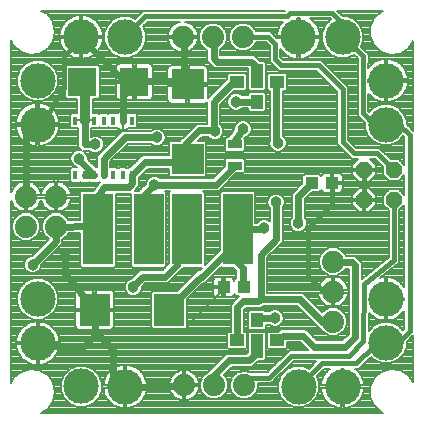
<source format=gtl>
G75*
G70*
%OFA0B0*%
%FSLAX24Y24*%
%IPPOS*%
%LPD*%
%AMOC8*
5,1,8,0,0,1.08239X$1,22.5*
%
%ADD10C,0.1181*%
%ADD11C,0.0297*%
%ADD12R,0.0157X0.0315*%
%ADD13R,0.0472X0.0315*%
%ADD14R,0.0984X0.2362*%
%ADD15R,0.1063X0.1004*%
%ADD16R,0.0433X0.0394*%
%ADD17R,0.0945X0.0945*%
%ADD18R,0.1004X0.1063*%
%ADD19C,0.0740*%
%ADD20OC8,0.0540*%
%ADD21R,0.0472X0.0394*%
%ADD22R,0.0394X0.0472*%
%ADD23R,0.0394X0.0787*%
%ADD24C,0.0079*%
%ADD25C,0.0160*%
%ADD26C,0.0240*%
%ADD27C,0.0380*%
%ADD28C,0.0100*%
%ADD29C,0.0320*%
D10*
X001371Y002690D03*
X002820Y001245D03*
X004280Y001241D03*
X001371Y004166D03*
X001363Y009977D03*
X001367Y011442D03*
X002820Y012898D03*
X004284Y012894D03*
X010060Y012894D03*
X011532Y012894D03*
X012981Y011442D03*
X012977Y009977D03*
X012977Y004162D03*
X012981Y002702D03*
X011532Y001241D03*
X010064Y001241D03*
D11*
X009780Y001528D03*
X010064Y001646D03*
X010351Y001528D03*
X010469Y001241D03*
X010351Y000950D03*
X010064Y000843D03*
X009780Y000954D03*
X009662Y001241D03*
X011131Y001241D03*
X011249Y001528D03*
X011532Y001646D03*
X011820Y001528D03*
X011938Y001241D03*
X011820Y000950D03*
X011532Y000843D03*
X011249Y000954D03*
X012698Y002414D03*
X012981Y002304D03*
X013269Y002410D03*
X013387Y002702D03*
X013269Y002989D03*
X012981Y003107D03*
X012698Y002989D03*
X012580Y002702D03*
X012977Y003765D03*
X012694Y003875D03*
X012576Y004162D03*
X012694Y004450D03*
X012977Y004568D03*
X013265Y004450D03*
X013383Y004162D03*
X013265Y003871D03*
X012977Y009580D03*
X012694Y009690D03*
X012576Y009977D03*
X012694Y010265D03*
X012977Y010383D03*
X013265Y010265D03*
X013383Y009977D03*
X013265Y009686D03*
X012981Y011044D03*
X012698Y011154D03*
X012580Y011442D03*
X012698Y011729D03*
X012981Y011847D03*
X013269Y011729D03*
X013387Y011442D03*
X013269Y011150D03*
X011820Y012603D03*
X011532Y012497D03*
X011249Y012607D03*
X011131Y012894D03*
X011249Y013182D03*
X011532Y013300D03*
X011820Y013182D03*
X011938Y012894D03*
X010465Y012894D03*
X010347Y013182D03*
X010060Y013300D03*
X009776Y013182D03*
X009658Y012894D03*
X009776Y012607D03*
X010060Y012497D03*
X010347Y012603D03*
X004690Y012894D03*
X004572Y013182D03*
X004284Y013300D03*
X004001Y013182D03*
X003883Y012894D03*
X004001Y012607D03*
X004284Y012497D03*
X004572Y012603D03*
X003225Y012898D03*
X003107Y013186D03*
X002820Y013304D03*
X002536Y013186D03*
X002418Y012898D03*
X002536Y012611D03*
X002820Y012501D03*
X003107Y012607D03*
X001772Y011442D03*
X001654Y011729D03*
X001367Y011847D03*
X001083Y011729D03*
X000965Y011442D03*
X001083Y011154D03*
X001367Y011044D03*
X001654Y011150D03*
X001363Y010383D03*
X001080Y010265D03*
X000961Y009977D03*
X001080Y009690D03*
X001363Y009580D03*
X001650Y009686D03*
X001769Y009977D03*
X001650Y010265D03*
X001371Y004572D03*
X001087Y004454D03*
X000969Y004166D03*
X001087Y003879D03*
X001371Y003769D03*
X001658Y003875D03*
X001776Y004166D03*
X001658Y004454D03*
X001371Y003095D03*
X001087Y002977D03*
X000969Y002690D03*
X001087Y002402D03*
X001371Y002292D03*
X001658Y002398D03*
X001776Y002690D03*
X001658Y002977D03*
X002820Y001650D03*
X002536Y001532D03*
X002418Y001245D03*
X002536Y000957D03*
X002820Y000847D03*
X003107Y000954D03*
X003225Y001245D03*
X003107Y001532D03*
X003879Y001241D03*
X003997Y001528D03*
X004280Y001646D03*
X004568Y001528D03*
X004686Y001241D03*
X004568Y000950D03*
X004280Y000843D03*
X003997Y000954D03*
D12*
X003883Y008292D03*
X004198Y008292D03*
X004513Y008292D03*
X003568Y008292D03*
X003253Y008292D03*
X002938Y008292D03*
X002623Y008292D03*
X002623Y010103D03*
X002938Y010103D03*
X003253Y010103D03*
X003568Y010103D03*
X003883Y010103D03*
X004198Y010103D03*
X004513Y010103D03*
D13*
X007938Y009316D03*
X007938Y008607D03*
D14*
X008030Y006487D03*
X006337Y006487D03*
X005066Y006491D03*
X003373Y006491D03*
D15*
X006363Y008816D03*
X006363Y011312D03*
D16*
X010505Y008028D03*
X011174Y008028D03*
X008233Y004552D03*
X007564Y004552D03*
D17*
X004591Y011402D03*
X002859Y011402D03*
D18*
X003265Y003804D03*
X005761Y003804D03*
D19*
X006253Y001284D03*
X007253Y001284D03*
X008253Y001284D03*
X011209Y003410D03*
X011209Y004410D03*
X011209Y005410D03*
X008206Y012898D03*
X007206Y012898D03*
X006206Y012898D03*
X001977Y007576D03*
X000977Y007576D03*
X000973Y006576D03*
X001973Y006576D03*
D20*
X012245Y007457D03*
X013245Y007457D03*
X013245Y008457D03*
X012245Y008457D03*
D21*
X009355Y011402D03*
X008017Y011402D03*
X008017Y002780D03*
X009355Y002780D03*
D22*
X008686Y003450D03*
X008686Y010733D03*
D23*
X008686Y011599D03*
X008686Y002583D03*
D24*
X000489Y001361D02*
X000489Y007429D01*
X000505Y007380D01*
X000542Y007309D01*
X000589Y007244D01*
X000645Y007187D01*
X000710Y007140D01*
X000782Y007104D01*
X000858Y007079D01*
X000937Y007066D01*
X000938Y007066D01*
X000938Y007536D01*
X001017Y007536D01*
X001017Y007615D01*
X001938Y007615D01*
X001938Y008085D01*
X001937Y008085D01*
X001858Y008072D01*
X001782Y008048D01*
X001710Y008011D01*
X001645Y007964D01*
X001589Y007907D01*
X001542Y007843D01*
X001505Y007771D01*
X001480Y007695D01*
X001477Y007675D01*
X001474Y007695D01*
X001449Y007771D01*
X001413Y007843D01*
X001366Y007907D01*
X001309Y007964D01*
X001244Y008011D01*
X001173Y008048D01*
X001096Y008072D01*
X001017Y008085D01*
X001017Y008085D01*
X001017Y007615D01*
X000938Y007615D01*
X000938Y008085D01*
X000937Y008085D01*
X000858Y008072D01*
X000782Y008048D01*
X000710Y008011D01*
X000645Y007964D01*
X000589Y007907D01*
X000542Y007843D01*
X000505Y007771D01*
X000489Y007723D01*
X000489Y012783D01*
X000561Y012622D01*
X000561Y012622D01*
X000800Y012407D01*
X001105Y012308D01*
X001424Y012341D01*
X001424Y012341D01*
X001703Y012502D01*
X001891Y012761D01*
X001891Y012761D01*
X001958Y013076D01*
X001891Y013390D01*
X001703Y013649D01*
X001703Y013649D01*
X001490Y013772D01*
X009605Y013772D01*
X009601Y013768D01*
X009592Y013759D01*
X004883Y013759D01*
X004778Y013654D01*
X004625Y013500D01*
X004421Y013584D01*
X004147Y013584D01*
X003893Y013479D01*
X003699Y013285D01*
X003594Y013032D01*
X003594Y012757D01*
X003699Y012504D01*
X003893Y012310D01*
X004147Y012205D01*
X004421Y012205D01*
X004675Y012310D01*
X004869Y012504D01*
X004974Y012757D01*
X004974Y013032D01*
X004883Y013252D01*
X005032Y013400D01*
X006117Y013400D01*
X006086Y013395D01*
X006010Y013370D01*
X005939Y013334D01*
X005874Y013287D01*
X005817Y013230D01*
X005770Y013165D01*
X005733Y013094D01*
X005709Y013018D01*
X005696Y012939D01*
X005696Y012938D01*
X006166Y012938D01*
X006166Y012859D01*
X005696Y012859D01*
X005696Y012858D01*
X005709Y012779D01*
X005733Y012703D01*
X005770Y012631D01*
X005817Y012567D01*
X005874Y012510D01*
X005939Y012463D01*
X006010Y012426D01*
X006086Y012402D01*
X006165Y012389D01*
X006166Y012389D01*
X006166Y012859D01*
X006245Y012859D01*
X006245Y012938D01*
X006715Y012938D01*
X006715Y012939D01*
X006702Y013018D01*
X006678Y013094D01*
X006641Y013165D01*
X006594Y013230D01*
X006537Y013287D01*
X006472Y013334D01*
X006401Y013370D01*
X006325Y013395D01*
X006294Y013400D01*
X009533Y013400D01*
X009510Y013377D01*
X009452Y013301D01*
X009404Y013218D01*
X009367Y013130D01*
X009342Y013037D01*
X009330Y012942D01*
X009250Y012942D01*
X009330Y012942D02*
X009330Y012934D01*
X010020Y012934D01*
X010020Y012855D01*
X009337Y012855D01*
X009114Y013078D01*
X008639Y013078D01*
X008603Y013164D01*
X008471Y013296D01*
X008299Y013368D01*
X008112Y013368D01*
X007940Y013296D01*
X007808Y013164D01*
X007736Y012992D01*
X007736Y012805D01*
X007808Y012633D01*
X007807Y012633D02*
X007604Y012633D01*
X007603Y012633D02*
X007675Y012805D01*
X007675Y012992D01*
X007603Y013164D01*
X007471Y013296D01*
X007299Y013368D01*
X007112Y013368D01*
X006940Y013296D01*
X006808Y013164D01*
X006736Y012992D01*
X006736Y012805D01*
X006808Y012633D01*
X006807Y012633D02*
X006642Y012633D01*
X006641Y012631D02*
X006678Y012703D01*
X006702Y012779D01*
X006715Y012858D01*
X006715Y012859D01*
X006245Y012859D01*
X006245Y012389D01*
X006246Y012389D01*
X006325Y012402D01*
X006401Y012426D01*
X006472Y012463D01*
X006537Y012510D01*
X006594Y012567D01*
X006641Y012631D01*
X006680Y012710D02*
X006775Y012710D01*
X006743Y012787D02*
X006704Y012787D01*
X006736Y012865D02*
X006245Y012865D01*
X006245Y012787D02*
X006166Y012787D01*
X006166Y012710D02*
X006245Y012710D01*
X006245Y012633D02*
X006166Y012633D01*
X006166Y012556D02*
X006245Y012556D01*
X006245Y012478D02*
X006166Y012478D01*
X006166Y012401D02*
X006245Y012401D01*
X006323Y012401D02*
X007010Y012401D01*
X007010Y012471D02*
X006940Y012501D01*
X006808Y012633D01*
X006884Y012556D02*
X006583Y012556D01*
X006494Y012478D02*
X006993Y012478D01*
X007010Y012471D02*
X007010Y012099D01*
X007138Y011970D01*
X007256Y011852D01*
X008388Y011852D01*
X008388Y011587D01*
X008390Y011585D01*
X008390Y011164D01*
X008448Y011106D01*
X008924Y011106D01*
X008982Y011164D01*
X008982Y012034D01*
X008924Y012092D01*
X009097Y012092D01*
X009097Y012076D02*
X009294Y011879D01*
X009399Y011774D01*
X010659Y011774D01*
X011357Y011076D01*
X011357Y009324D01*
X011739Y008942D01*
X011844Y008837D01*
X012046Y008837D01*
X011836Y008627D01*
X011836Y008497D01*
X012206Y008497D01*
X012206Y008418D01*
X012284Y008418D01*
X012284Y008048D01*
X012414Y008048D01*
X012654Y008288D01*
X012654Y008418D01*
X012284Y008418D01*
X012284Y008497D01*
X012654Y008497D01*
X012654Y008627D01*
X012444Y008837D01*
X012612Y008837D01*
X012876Y008573D01*
X012876Y008304D01*
X013092Y008088D01*
X013398Y008088D01*
X013589Y008279D01*
X013589Y007636D01*
X013398Y007827D01*
X013092Y007827D01*
X012876Y007610D01*
X012876Y007304D01*
X013066Y007114D01*
X013069Y005548D01*
X012169Y004839D01*
X012169Y005375D01*
X012074Y005470D01*
X011946Y005598D01*
X011640Y005598D01*
X011607Y005676D01*
X011475Y005808D01*
X011303Y005880D01*
X011116Y005880D01*
X010944Y005808D01*
X010812Y005676D01*
X010740Y005504D01*
X010740Y005317D01*
X010812Y005144D01*
X010944Y005012D01*
X011116Y004941D01*
X011303Y004941D01*
X011475Y005012D01*
X011607Y005144D01*
X011614Y005159D01*
X011730Y005159D01*
X011730Y002997D01*
X011512Y002779D01*
X010674Y002779D01*
X010296Y003157D01*
X009461Y003157D01*
X009380Y003077D01*
X009078Y003077D01*
X009020Y003018D01*
X009020Y002542D01*
X009078Y002484D01*
X009632Y002484D01*
X009691Y002542D01*
X009691Y002718D01*
X010115Y002718D01*
X010364Y002469D01*
X010386Y002447D01*
X009825Y002448D01*
X009751Y002448D01*
X009750Y002448D01*
X009697Y002396D01*
X009014Y001723D01*
X008438Y001723D01*
X008433Y001718D01*
X008346Y001754D01*
X008159Y001754D01*
X007987Y001682D01*
X007855Y001550D01*
X007783Y001378D01*
X007783Y001191D01*
X007855Y001018D01*
X007987Y000886D01*
X008159Y000815D01*
X007347Y000815D01*
X007346Y000815D02*
X007519Y000886D01*
X007651Y001018D01*
X007722Y001191D01*
X007722Y001378D01*
X007651Y001550D01*
X007570Y001630D01*
X007832Y001892D01*
X008501Y001892D01*
X008630Y002020D01*
X008700Y002090D01*
X008924Y002090D01*
X008982Y002149D01*
X008982Y003018D01*
X008924Y003077D01*
X008448Y003077D01*
X008390Y003018D01*
X008390Y002676D01*
X008388Y002674D01*
X008388Y002399D01*
X008319Y002330D01*
X007650Y002330D01*
X007522Y002202D01*
X007026Y001706D01*
X007026Y001698D01*
X006987Y001682D01*
X006855Y001550D01*
X006783Y001378D01*
X006783Y001191D01*
X006855Y001018D01*
X006987Y000886D01*
X007159Y000815D01*
X006454Y000815D01*
X006448Y000812D02*
X006520Y000849D01*
X006585Y000896D01*
X006641Y000952D01*
X006688Y001017D01*
X006725Y001089D01*
X006750Y001165D01*
X006762Y001244D01*
X006762Y001245D01*
X006292Y001245D01*
X006292Y000775D01*
X006293Y000775D01*
X006372Y000787D01*
X006448Y000812D01*
X006580Y000892D02*
X006981Y000892D01*
X006904Y000970D02*
X006654Y000970D01*
X006703Y001047D02*
X006843Y001047D01*
X006811Y001124D02*
X006736Y001124D01*
X006755Y001201D02*
X006783Y001201D01*
X006783Y001279D02*
X006292Y001279D01*
X006292Y001245D02*
X006292Y001324D01*
X006213Y001324D01*
X006213Y001245D01*
X005743Y001245D01*
X005743Y001244D01*
X005756Y001165D01*
X005781Y001089D01*
X005817Y001017D01*
X005864Y000952D01*
X005921Y000896D01*
X005986Y000849D01*
X006057Y000812D01*
X006133Y000787D01*
X006213Y000775D01*
X006213Y000775D01*
X006213Y001245D01*
X006292Y001245D01*
X006292Y001201D02*
X006213Y001201D01*
X006213Y001124D02*
X006292Y001124D01*
X006292Y001047D02*
X006213Y001047D01*
X006213Y000970D02*
X006292Y000970D01*
X006292Y000892D02*
X006213Y000892D01*
X006213Y000815D02*
X006292Y000815D01*
X006051Y000815D02*
X004874Y000815D01*
X004889Y000835D02*
X004936Y000917D01*
X004973Y001006D01*
X004998Y001098D01*
X005010Y001193D01*
X005010Y001202D01*
X004320Y001202D01*
X004320Y001280D01*
X005010Y001280D01*
X005010Y001289D01*
X004998Y001384D01*
X004973Y001476D01*
X004936Y001564D01*
X004889Y001647D01*
X004830Y001723D01*
X004763Y001791D01*
X004687Y001849D01*
X004604Y001897D01*
X004515Y001934D01*
X004423Y001958D01*
X004328Y001971D01*
X004320Y001971D01*
X004320Y001280D01*
X004241Y001280D01*
X004241Y001202D01*
X003550Y001202D01*
X003550Y001193D01*
X003563Y001098D01*
X003588Y001006D01*
X003624Y000917D01*
X003672Y000835D01*
X003730Y000759D01*
X003798Y000691D01*
X003874Y000633D01*
X003957Y000585D01*
X004045Y000548D01*
X004138Y000524D01*
X004232Y000511D01*
X004241Y000511D01*
X004241Y001202D01*
X004320Y001202D01*
X004320Y000511D01*
X004328Y000511D01*
X004423Y000524D01*
X004515Y000548D01*
X004604Y000585D01*
X004687Y000633D01*
X004763Y000691D01*
X004830Y000759D01*
X004889Y000835D01*
X004922Y000892D02*
X005925Y000892D01*
X005852Y000970D02*
X004958Y000970D01*
X004984Y001047D02*
X005802Y001047D01*
X005769Y001124D02*
X005001Y001124D01*
X005010Y001201D02*
X005750Y001201D01*
X005743Y001324D02*
X006213Y001324D01*
X006213Y001794D01*
X006133Y001781D01*
X006057Y001756D01*
X005986Y001720D01*
X005921Y001673D01*
X005864Y001616D01*
X005817Y001551D01*
X005781Y001480D01*
X005756Y001404D01*
X005743Y001324D01*
X005743Y001324D01*
X005748Y001356D02*
X005001Y001356D01*
X004984Y001433D02*
X005766Y001433D01*
X005796Y001510D02*
X004959Y001510D01*
X004923Y001588D02*
X005844Y001588D01*
X005913Y001665D02*
X004875Y001665D01*
X004811Y001742D02*
X006029Y001742D01*
X006213Y001742D02*
X006292Y001742D01*
X006292Y001794D02*
X006292Y001324D01*
X006762Y001324D01*
X006750Y001404D01*
X006725Y001480D01*
X006688Y001551D01*
X006641Y001616D01*
X006585Y001673D01*
X006520Y001720D01*
X006448Y001756D01*
X006372Y001781D01*
X006293Y001794D01*
X006292Y001794D01*
X006213Y001794D02*
X006213Y001794D01*
X006213Y001665D02*
X006292Y001665D01*
X006292Y001588D02*
X006213Y001588D01*
X006213Y001510D02*
X006292Y001510D01*
X006292Y001433D02*
X006213Y001433D01*
X006213Y001356D02*
X006292Y001356D01*
X006213Y001279D02*
X004320Y001279D01*
X004280Y001241D02*
X004591Y001166D01*
X004686Y001241D01*
X004591Y001284D01*
X004591Y001520D01*
X004568Y001528D01*
X004320Y001510D02*
X004241Y001510D01*
X004241Y001433D02*
X004320Y001433D01*
X004320Y001356D02*
X004241Y001356D01*
X004241Y001280D02*
X004241Y001971D01*
X004232Y001971D01*
X004138Y001958D01*
X004045Y001934D01*
X003957Y001897D01*
X003874Y001849D01*
X003798Y001791D01*
X003730Y001723D01*
X003672Y001647D01*
X003624Y001564D01*
X003588Y001476D01*
X003563Y001384D01*
X003550Y001289D01*
X003550Y001280D01*
X004241Y001280D01*
X004241Y001279D02*
X003510Y001279D01*
X003510Y001356D02*
X003559Y001356D01*
X003510Y001382D02*
X003405Y001636D01*
X003210Y001830D01*
X002957Y001935D01*
X002682Y001935D01*
X002429Y001830D01*
X002235Y001636D01*
X002130Y001382D01*
X002130Y001108D01*
X002235Y000854D01*
X002429Y000660D01*
X002682Y000555D01*
X002957Y000555D01*
X003210Y000660D01*
X003405Y000854D01*
X003510Y001108D01*
X003510Y001382D01*
X003488Y001433D02*
X003576Y001433D01*
X003602Y001510D02*
X003456Y001510D01*
X003424Y001588D02*
X003638Y001588D01*
X003686Y001665D02*
X003375Y001665D01*
X003298Y001742D02*
X003749Y001742D01*
X003835Y001819D02*
X003221Y001819D01*
X003049Y001897D02*
X003956Y001897D01*
X004001Y001639D02*
X003997Y001528D01*
X003883Y001639D01*
X004001Y001639D02*
X004237Y001639D01*
X004280Y001646D01*
X004241Y001665D02*
X004320Y001665D01*
X004320Y001742D02*
X004241Y001742D01*
X004241Y001819D02*
X004320Y001819D01*
X004320Y001897D02*
X004241Y001897D01*
X004241Y001588D02*
X004320Y001588D01*
X004605Y001897D02*
X007216Y001897D01*
X007293Y001974D02*
X001519Y001974D01*
X001514Y001972D02*
X001606Y001997D01*
X001694Y002034D01*
X001777Y002082D01*
X001853Y002140D01*
X001921Y002207D01*
X001979Y002283D01*
X002027Y002366D01*
X002064Y002455D01*
X002088Y002547D01*
X002101Y002642D01*
X002101Y002650D01*
X001410Y002650D01*
X001410Y001960D01*
X001419Y001960D01*
X001514Y001972D01*
X001410Y001974D02*
X001331Y001974D01*
X001331Y001960D02*
X001331Y002650D01*
X000641Y002650D01*
X000641Y002642D01*
X000653Y002547D01*
X000678Y002455D01*
X000715Y002366D01*
X000763Y002283D01*
X000489Y002283D01*
X000489Y002360D02*
X000718Y002360D01*
X000685Y002437D02*
X000489Y002437D01*
X000489Y002514D02*
X000662Y002514D01*
X000648Y002592D02*
X000489Y002592D01*
X000489Y002669D02*
X001331Y002669D01*
X001331Y002650D02*
X001331Y002729D01*
X000641Y002729D01*
X000641Y002738D01*
X000653Y002832D01*
X000678Y002925D01*
X000715Y003013D01*
X000763Y003096D01*
X000821Y003172D01*
X000889Y003240D01*
X000964Y003298D01*
X001047Y003346D01*
X001136Y003382D01*
X001228Y003407D01*
X001323Y003420D01*
X001331Y003420D01*
X001331Y002729D01*
X001410Y002729D01*
X001410Y003420D01*
X001419Y003420D01*
X001514Y003407D01*
X001606Y003382D01*
X001694Y003346D01*
X001777Y003298D01*
X001853Y003240D01*
X001921Y003172D01*
X001979Y003096D01*
X002027Y003013D01*
X002064Y002925D01*
X002088Y002832D01*
X002101Y002738D01*
X002101Y002729D01*
X001410Y002729D01*
X001410Y002650D01*
X001331Y002650D01*
X001331Y002592D02*
X001410Y002592D01*
X001410Y002669D02*
X007681Y002669D01*
X007681Y002746D02*
X002100Y002746D01*
X002089Y002823D02*
X007681Y002823D01*
X007681Y002901D02*
X002070Y002901D01*
X002042Y002978D02*
X007681Y002978D01*
X007681Y003018D02*
X007681Y002542D01*
X007739Y002484D01*
X008294Y002484D01*
X008352Y002542D01*
X008352Y003018D01*
X008294Y003077D01*
X008236Y003077D01*
X008236Y003792D01*
X008304Y003860D01*
X008816Y003860D01*
X008891Y003935D01*
X010016Y003935D01*
X010760Y003191D01*
X010792Y003191D01*
X010812Y003144D01*
X010944Y003012D01*
X011116Y002941D01*
X011303Y002941D01*
X011475Y003012D01*
X011607Y003144D01*
X011679Y003317D01*
X011679Y003504D01*
X011607Y003676D01*
X011475Y003808D01*
X011303Y003880D01*
X011116Y003880D01*
X010944Y003808D01*
X010854Y003718D01*
X010326Y004245D01*
X010198Y004374D01*
X009023Y004374D01*
X009023Y005552D01*
X009407Y005935D01*
X009535Y006063D01*
X009535Y007197D01*
X009561Y007223D01*
X009605Y007329D01*
X009605Y007444D01*
X009561Y007551D01*
X009480Y007632D01*
X009373Y007676D01*
X009258Y007676D01*
X009152Y007632D01*
X009070Y007551D01*
X009026Y007444D01*
X009026Y007329D01*
X009070Y007223D01*
X009096Y007197D01*
X009096Y006755D01*
X009082Y006770D01*
X008976Y006814D01*
X008861Y006814D01*
X008754Y006770D01*
X008688Y006704D01*
X008622Y006704D01*
X008622Y007709D01*
X008564Y007767D01*
X009933Y007767D01*
X010010Y007844D02*
X007485Y007844D01*
X007497Y007767D02*
X007439Y007709D01*
X007439Y005800D01*
X006929Y005290D01*
X006929Y007709D01*
X006880Y007758D01*
X007399Y007758D01*
X007991Y008350D01*
X008215Y008350D01*
X008273Y008408D01*
X008273Y008806D01*
X008215Y008864D01*
X007660Y008864D01*
X007602Y008806D01*
X007602Y008582D01*
X007217Y008197D01*
X005450Y008197D01*
X005425Y008222D01*
X005318Y008267D01*
X005203Y008267D01*
X005097Y008222D01*
X005015Y008141D01*
X004971Y008035D01*
X004971Y007998D01*
X004753Y007780D01*
X004744Y007771D01*
X004613Y007771D01*
X004637Y007796D01*
X004637Y007815D01*
X004680Y007874D01*
X004732Y007926D01*
X004732Y007945D01*
X004743Y007961D01*
X004732Y008034D01*
X004732Y008201D01*
X005037Y008506D01*
X005732Y008506D01*
X005732Y008273D01*
X005790Y008214D01*
X006936Y008214D01*
X006994Y008273D01*
X006994Y009359D01*
X006936Y009417D01*
X006696Y009417D01*
X006848Y009569D01*
X007039Y009569D01*
X007105Y009504D01*
X007211Y009459D01*
X007326Y009459D01*
X007432Y009504D01*
X007514Y009585D01*
X007558Y009691D01*
X007558Y009806D01*
X007514Y009913D01*
X007449Y009978D01*
X007449Y010642D01*
X007911Y011104D01*
X008068Y011104D01*
X008070Y011106D01*
X008294Y011106D01*
X008352Y011164D01*
X008352Y011640D01*
X008294Y011699D01*
X007739Y011699D01*
X007681Y011640D01*
X007681Y011495D01*
X007600Y011414D01*
X007034Y010848D01*
X007034Y011272D01*
X006402Y011272D01*
X006402Y010670D01*
X006913Y010670D01*
X006948Y010680D01*
X006980Y010698D01*
X007006Y010724D01*
X007010Y010731D01*
X007010Y010008D01*
X006666Y010008D01*
X006233Y009574D01*
X006104Y009446D01*
X006104Y009417D01*
X005790Y009417D01*
X005732Y009359D01*
X005732Y008945D01*
X004855Y008945D01*
X004459Y008549D01*
X004393Y008549D01*
X004355Y008511D01*
X004318Y008549D01*
X004078Y008549D01*
X004040Y008511D01*
X004003Y008549D01*
X003787Y008549D01*
X003787Y008752D01*
X004367Y009333D01*
X005150Y009333D01*
X005175Y009307D01*
X005282Y009263D01*
X005397Y009263D01*
X005503Y009307D01*
X005585Y009388D01*
X005629Y009494D01*
X005629Y009610D01*
X005585Y009716D01*
X005503Y009797D01*
X005397Y009841D01*
X005282Y009841D01*
X005175Y009797D01*
X005150Y009771D01*
X004186Y009771D01*
X004057Y009643D01*
X004057Y009643D01*
X003477Y009063D01*
X003477Y009063D01*
X003348Y008934D01*
X003348Y008549D01*
X003306Y008549D01*
X003030Y008825D01*
X003030Y008901D01*
X002986Y009007D01*
X002905Y009089D01*
X002886Y009096D01*
X003102Y009096D01*
X003128Y009070D01*
X003235Y009026D01*
X003350Y009026D01*
X003456Y009070D01*
X003537Y009152D01*
X003581Y009258D01*
X003581Y009373D01*
X003537Y009480D01*
X003456Y009561D01*
X003350Y009605D01*
X003235Y009605D01*
X003157Y009573D01*
X003157Y009846D01*
X003373Y009846D01*
X003410Y009884D01*
X003448Y009846D01*
X003688Y009846D01*
X003725Y009884D01*
X003763Y009846D01*
X004003Y009846D01*
X004012Y009856D01*
X004033Y009834D01*
X004065Y009816D01*
X004101Y009806D01*
X004198Y009806D01*
X004295Y009806D01*
X004330Y009816D01*
X004362Y009834D01*
X004383Y009856D01*
X004393Y009846D01*
X004632Y009846D01*
X004691Y009905D01*
X004691Y010302D01*
X004632Y010360D01*
X004393Y010360D01*
X004383Y010351D01*
X004362Y010372D01*
X004330Y010391D01*
X004295Y010400D01*
X004198Y010400D01*
X004198Y010103D01*
X004198Y009806D01*
X004198Y010103D01*
X004198Y010103D01*
X004198Y010103D01*
X004237Y010143D01*
X004198Y010161D02*
X004198Y010161D01*
X004198Y010103D02*
X004198Y010400D01*
X004101Y010400D01*
X004065Y010391D01*
X004033Y010372D01*
X004012Y010351D01*
X004003Y010360D01*
X003763Y010360D01*
X003725Y010322D01*
X003688Y010360D01*
X003448Y010360D01*
X003410Y010322D01*
X003373Y010360D01*
X003197Y010360D01*
X003197Y010831D01*
X003373Y010831D01*
X003431Y010889D01*
X003431Y011916D01*
X003373Y011974D01*
X002345Y011974D01*
X002287Y011916D01*
X002287Y010889D01*
X002345Y010831D01*
X002678Y010831D01*
X002678Y010360D01*
X002503Y010360D01*
X002445Y010302D01*
X002445Y009905D01*
X002503Y009846D01*
X002718Y009846D01*
X002718Y009225D01*
X002819Y009124D01*
X002799Y009133D01*
X002683Y009133D01*
X002577Y009089D01*
X002496Y009007D01*
X002452Y008901D01*
X002452Y008786D01*
X002496Y008679D01*
X002577Y008598D01*
X002679Y008556D01*
X002686Y008549D01*
X002503Y008549D01*
X002445Y008491D01*
X002445Y008093D01*
X002503Y008035D01*
X002743Y008035D01*
X002780Y008073D01*
X002818Y008035D01*
X003058Y008035D01*
X003095Y008073D01*
X003095Y008073D01*
X003133Y008035D01*
X003373Y008035D01*
X003410Y008073D01*
X003437Y008046D01*
X003426Y008031D01*
X003372Y007977D01*
X003372Y007961D01*
X003227Y007771D01*
X002840Y007771D01*
X002781Y007713D01*
X002781Y006798D01*
X002390Y006796D01*
X002371Y006841D01*
X002239Y006974D01*
X002067Y007045D01*
X001880Y007045D01*
X001707Y006974D01*
X001575Y006841D01*
X001504Y006669D01*
X001504Y006482D01*
X001575Y006310D01*
X001707Y006178D01*
X001745Y006162D01*
X001177Y005593D01*
X001140Y005593D01*
X001034Y005549D01*
X000952Y005468D01*
X000908Y005361D01*
X000908Y005246D01*
X000952Y005140D01*
X001034Y005059D01*
X001140Y005015D01*
X001255Y005015D01*
X001362Y005059D01*
X001443Y005140D01*
X001487Y005246D01*
X001487Y005283D01*
X002193Y005989D01*
X002193Y006158D01*
X002239Y006178D01*
X002371Y006310D01*
X002391Y006358D01*
X002781Y006359D01*
X002781Y005269D01*
X002840Y005210D01*
X003906Y005210D01*
X003964Y005269D01*
X003964Y007667D01*
X004347Y007667D01*
X004363Y007656D01*
X004435Y007667D01*
X004474Y007667D01*
X004474Y005269D01*
X004532Y005210D01*
X005599Y005210D01*
X005657Y005269D01*
X005657Y007713D01*
X005613Y007758D01*
X005794Y007758D01*
X005746Y007709D01*
X005746Y005347D01*
X005524Y005126D01*
X004776Y005126D01*
X004490Y004839D01*
X004388Y004797D01*
X004307Y004716D01*
X004263Y004610D01*
X004263Y004494D01*
X004307Y004388D01*
X004388Y004307D01*
X004494Y004263D01*
X004610Y004263D01*
X004716Y004307D01*
X004797Y004388D01*
X004841Y004494D01*
X004841Y004570D01*
X004958Y004687D01*
X005706Y004687D01*
X005834Y004815D01*
X006225Y005207D01*
X006845Y005207D01*
X006764Y005126D01*
X006705Y005126D01*
X006577Y004997D01*
X006014Y004435D01*
X005218Y004435D01*
X005159Y004377D01*
X005159Y003231D01*
X005218Y003173D01*
X006304Y003173D01*
X006362Y003231D01*
X006362Y004162D01*
X006887Y004687D01*
X006946Y004687D01*
X007481Y005222D01*
X007497Y005207D01*
X007879Y005207D01*
X007994Y005091D01*
X007994Y004848D01*
X007975Y004848D01*
X007917Y004790D01*
X007917Y004777D01*
X007910Y004803D01*
X007892Y004834D01*
X007866Y004860D01*
X007834Y004879D01*
X007799Y004888D01*
X007603Y004888D01*
X007603Y004591D01*
X007524Y004591D01*
X007524Y004513D01*
X007208Y004513D01*
X007208Y004337D01*
X007217Y004301D01*
X007236Y004270D01*
X007262Y004244D01*
X007293Y004225D01*
X007329Y004216D01*
X007524Y004216D01*
X007524Y004513D01*
X007603Y004513D01*
X007603Y004216D01*
X007799Y004216D01*
X007834Y004225D01*
X007866Y004244D01*
X007892Y004270D01*
X007910Y004301D01*
X007917Y004327D01*
X007917Y004314D01*
X007975Y004256D01*
X008079Y004256D01*
X007994Y004170D01*
X007797Y003974D01*
X007797Y003077D01*
X007739Y003077D01*
X007681Y003018D01*
X007718Y003055D02*
X002003Y003055D01*
X001951Y003132D02*
X007797Y003132D01*
X007797Y003210D02*
X006340Y003210D01*
X006363Y003174D02*
X006245Y003056D01*
X003292Y003056D01*
X003304Y003133D02*
X003785Y003133D01*
X003820Y003143D01*
X003852Y003161D01*
X003878Y003187D01*
X003896Y003219D01*
X003906Y003254D01*
X003906Y003765D01*
X003304Y003765D01*
X003304Y003843D01*
X003906Y003843D01*
X003906Y004354D01*
X003896Y004389D01*
X003878Y004421D01*
X003852Y004447D01*
X003820Y004465D01*
X003785Y004475D01*
X003304Y004475D01*
X003304Y003843D01*
X003225Y003843D01*
X003225Y003765D01*
X002623Y003765D01*
X002623Y003254D01*
X002633Y003219D01*
X002651Y003187D01*
X002677Y003161D01*
X002709Y003143D01*
X002744Y003133D01*
X003225Y003133D01*
X003225Y003765D01*
X003304Y003765D01*
X003304Y003133D01*
X003304Y003210D02*
X003225Y003210D01*
X003225Y003287D02*
X003304Y003287D01*
X003304Y003364D02*
X003225Y003364D01*
X003225Y003441D02*
X003304Y003441D01*
X003304Y003519D02*
X003225Y003519D01*
X003225Y003596D02*
X003304Y003596D01*
X003304Y003673D02*
X003225Y003673D01*
X003225Y003750D02*
X003304Y003750D01*
X003292Y003765D02*
X003265Y003804D01*
X003304Y003828D02*
X005159Y003828D01*
X005159Y003905D02*
X003906Y003905D01*
X003906Y003982D02*
X005159Y003982D01*
X005159Y004059D02*
X003906Y004059D01*
X003906Y004137D02*
X005159Y004137D01*
X005159Y004214D02*
X003906Y004214D01*
X003906Y004291D02*
X004426Y004291D01*
X004326Y004368D02*
X003902Y004368D01*
X003854Y004445D02*
X004283Y004445D01*
X004263Y004523D02*
X001970Y004523D01*
X001956Y004557D02*
X001762Y004751D01*
X001508Y004856D01*
X001234Y004856D01*
X000980Y004751D01*
X000786Y004557D01*
X000681Y004303D01*
X000681Y004029D01*
X000786Y003775D01*
X000980Y003581D01*
X001234Y003476D01*
X001508Y003476D01*
X001762Y003581D01*
X001956Y003775D01*
X002061Y004029D01*
X002061Y004303D01*
X001956Y004557D01*
X001913Y004600D02*
X004263Y004600D01*
X004291Y004677D02*
X001836Y004677D01*
X001753Y004754D02*
X004345Y004754D01*
X004471Y004832D02*
X001567Y004832D01*
X001366Y005063D02*
X004714Y005063D01*
X004637Y004986D02*
X000489Y004986D01*
X000489Y004909D02*
X004559Y004909D01*
X004525Y005218D02*
X003914Y005218D01*
X003964Y005295D02*
X004474Y005295D01*
X004474Y005372D02*
X003964Y005372D01*
X003964Y005450D02*
X004474Y005450D01*
X004474Y005527D02*
X003964Y005527D01*
X003964Y005604D02*
X004474Y005604D01*
X004474Y005681D02*
X003964Y005681D01*
X003964Y005759D02*
X004474Y005759D01*
X004474Y005836D02*
X003964Y005836D01*
X003964Y005913D02*
X004474Y005913D01*
X004474Y005990D02*
X003964Y005990D01*
X003964Y006068D02*
X004474Y006068D01*
X004474Y006145D02*
X003964Y006145D01*
X003964Y006222D02*
X004474Y006222D01*
X004474Y006299D02*
X003964Y006299D01*
X003964Y006376D02*
X004474Y006376D01*
X004474Y006454D02*
X003964Y006454D01*
X003964Y006531D02*
X004474Y006531D01*
X004474Y006608D02*
X003964Y006608D01*
X003964Y006685D02*
X004474Y006685D01*
X004474Y006763D02*
X003964Y006763D01*
X003964Y006840D02*
X004474Y006840D01*
X004474Y006917D02*
X003964Y006917D01*
X003964Y006994D02*
X004474Y006994D01*
X004474Y007072D02*
X003964Y007072D01*
X003964Y007149D02*
X004474Y007149D01*
X004474Y007226D02*
X003964Y007226D01*
X003964Y007303D02*
X004474Y007303D01*
X004474Y007381D02*
X003964Y007381D01*
X003964Y007458D02*
X004474Y007458D01*
X004474Y007535D02*
X003964Y007535D01*
X003964Y007612D02*
X004474Y007612D01*
X004658Y007844D02*
X004817Y007844D01*
X004895Y007921D02*
X004728Y007921D01*
X004738Y007999D02*
X004971Y007999D01*
X004988Y008076D02*
X004732Y008076D01*
X004732Y008153D02*
X005027Y008153D01*
X005115Y008230D02*
X004761Y008230D01*
X004838Y008308D02*
X005732Y008308D01*
X005732Y008385D02*
X004915Y008385D01*
X004993Y008462D02*
X005732Y008462D01*
X005774Y008230D02*
X005406Y008230D01*
X005657Y007690D02*
X005746Y007690D01*
X005746Y007612D02*
X005657Y007612D01*
X005657Y007535D02*
X005746Y007535D01*
X005746Y007458D02*
X005657Y007458D01*
X005657Y007381D02*
X005746Y007381D01*
X005746Y007303D02*
X005657Y007303D01*
X005657Y007226D02*
X005746Y007226D01*
X005746Y007149D02*
X005657Y007149D01*
X005657Y007072D02*
X005746Y007072D01*
X005746Y006994D02*
X005657Y006994D01*
X005657Y006917D02*
X005746Y006917D01*
X005746Y006840D02*
X005657Y006840D01*
X005657Y006763D02*
X005746Y006763D01*
X005746Y006685D02*
X005657Y006685D01*
X005657Y006608D02*
X005746Y006608D01*
X005746Y006531D02*
X005657Y006531D01*
X005657Y006454D02*
X005746Y006454D01*
X005746Y006376D02*
X005657Y006376D01*
X005657Y006299D02*
X005746Y006299D01*
X005746Y006222D02*
X005657Y006222D01*
X005657Y006145D02*
X005746Y006145D01*
X005746Y006068D02*
X005657Y006068D01*
X005657Y005990D02*
X005746Y005990D01*
X005746Y005913D02*
X005657Y005913D01*
X005657Y005836D02*
X005746Y005836D01*
X005746Y005759D02*
X005657Y005759D01*
X005657Y005681D02*
X005746Y005681D01*
X005746Y005604D02*
X005657Y005604D01*
X005657Y005527D02*
X005746Y005527D01*
X005746Y005450D02*
X005657Y005450D01*
X005657Y005372D02*
X005746Y005372D01*
X005694Y005295D02*
X005657Y005295D01*
X005616Y005218D02*
X005606Y005218D01*
X005539Y005141D02*
X001443Y005141D01*
X001475Y005218D02*
X002832Y005218D01*
X002781Y005295D02*
X001499Y005295D01*
X001576Y005372D02*
X002781Y005372D01*
X002781Y005450D02*
X001654Y005450D01*
X001731Y005527D02*
X002781Y005527D01*
X002781Y005604D02*
X001808Y005604D01*
X001885Y005681D02*
X002781Y005681D01*
X002781Y005759D02*
X001963Y005759D01*
X002040Y005836D02*
X002781Y005836D01*
X002781Y005913D02*
X002117Y005913D01*
X002193Y005990D02*
X002781Y005990D01*
X002781Y006068D02*
X002193Y006068D01*
X002193Y006145D02*
X002781Y006145D01*
X002781Y006222D02*
X002283Y006222D01*
X002361Y006299D02*
X002781Y006299D01*
X002781Y006840D02*
X002372Y006840D01*
X002295Y006917D02*
X002781Y006917D01*
X002781Y006994D02*
X002189Y006994D01*
X002173Y007104D02*
X002244Y007140D01*
X002309Y007187D01*
X002366Y007244D01*
X002413Y007309D01*
X002449Y007380D01*
X002474Y007456D01*
X002487Y007536D01*
X002017Y007536D01*
X002017Y007615D01*
X002487Y007615D01*
X002487Y007616D01*
X002474Y007695D01*
X002449Y007771D01*
X002413Y007843D01*
X002366Y007907D01*
X002309Y007964D01*
X002244Y008011D01*
X002173Y008048D01*
X002096Y008072D01*
X002017Y008085D01*
X002017Y008085D01*
X002017Y007615D01*
X001938Y007615D01*
X001938Y007536D01*
X002017Y007536D01*
X002017Y007066D01*
X002096Y007079D01*
X002173Y007104D01*
X002256Y007149D02*
X002781Y007149D01*
X002781Y007226D02*
X002348Y007226D01*
X002409Y007303D02*
X002781Y007303D01*
X002781Y007381D02*
X002449Y007381D01*
X002474Y007458D02*
X002781Y007458D01*
X002781Y007535D02*
X002486Y007535D01*
X002487Y007536D02*
X002487Y007536D01*
X002475Y007690D02*
X002781Y007690D01*
X002781Y007612D02*
X002017Y007612D01*
X002017Y007535D02*
X001938Y007535D01*
X001938Y007536D02*
X001938Y007066D01*
X001937Y007066D01*
X001858Y007079D01*
X001782Y007104D01*
X001710Y007140D01*
X001645Y007187D01*
X001589Y007244D01*
X001542Y007309D01*
X001505Y007380D01*
X001480Y007456D01*
X001477Y007476D01*
X001474Y007456D01*
X001449Y007380D01*
X001413Y007309D01*
X001366Y007244D01*
X001309Y007187D01*
X001244Y007140D01*
X001173Y007104D01*
X001096Y007079D01*
X001017Y007066D01*
X001017Y007066D01*
X001017Y007536D01*
X001487Y007536D01*
X001938Y007536D01*
X001938Y007612D02*
X001017Y007612D01*
X001017Y007535D02*
X000938Y007535D01*
X000938Y007458D02*
X001017Y007458D01*
X001017Y007381D02*
X000938Y007381D01*
X000938Y007303D02*
X001017Y007303D01*
X001017Y007226D02*
X000938Y007226D01*
X000938Y007149D02*
X001017Y007149D01*
X001017Y007072D02*
X000938Y007072D01*
X000903Y007072D02*
X000489Y007072D01*
X000489Y007149D02*
X000698Y007149D01*
X000606Y007226D02*
X000489Y007226D01*
X000489Y007303D02*
X000545Y007303D01*
X000505Y007381D02*
X000489Y007381D01*
X000489Y006994D02*
X000758Y006994D01*
X000707Y006974D02*
X000575Y006841D01*
X000504Y006669D01*
X000504Y006482D01*
X000575Y006310D01*
X000707Y006178D01*
X000880Y006106D01*
X001067Y006106D01*
X001239Y006178D01*
X001371Y006310D01*
X001443Y006482D01*
X001443Y006669D01*
X001371Y006841D01*
X001239Y006974D01*
X001067Y007045D01*
X000880Y007045D01*
X000707Y006974D01*
X000651Y006917D02*
X000489Y006917D01*
X000489Y006840D02*
X000575Y006840D01*
X000543Y006763D02*
X000489Y006763D01*
X000489Y006685D02*
X000511Y006685D01*
X000504Y006608D02*
X000489Y006608D01*
X000489Y006531D02*
X000504Y006531D01*
X000516Y006454D02*
X000489Y006454D01*
X000489Y006376D02*
X000548Y006376D01*
X000586Y006299D02*
X000489Y006299D01*
X000489Y006222D02*
X000663Y006222D01*
X000787Y006145D02*
X000489Y006145D01*
X000489Y006068D02*
X001651Y006068D01*
X001728Y006145D02*
X001160Y006145D01*
X001283Y006222D02*
X001663Y006222D01*
X001586Y006299D02*
X001361Y006299D01*
X001399Y006376D02*
X001548Y006376D01*
X001516Y006454D02*
X001431Y006454D01*
X001443Y006531D02*
X001504Y006531D01*
X001504Y006608D02*
X001443Y006608D01*
X001436Y006685D02*
X001511Y006685D01*
X001543Y006763D02*
X001404Y006763D01*
X001372Y006840D02*
X001575Y006840D01*
X001651Y006917D02*
X001295Y006917D01*
X001189Y006994D02*
X001758Y006994D01*
X001903Y007072D02*
X001052Y007072D01*
X001256Y007149D02*
X001698Y007149D01*
X001606Y007226D02*
X001348Y007226D01*
X001409Y007303D02*
X001545Y007303D01*
X001505Y007381D02*
X001449Y007381D01*
X001474Y007458D02*
X001480Y007458D01*
X001475Y007690D02*
X001479Y007690D01*
X001504Y007767D02*
X001451Y007767D01*
X001412Y007844D02*
X001543Y007844D01*
X001603Y007921D02*
X001352Y007921D01*
X001262Y007999D02*
X001693Y007999D01*
X001879Y008076D02*
X001075Y008076D01*
X001017Y008076D02*
X000938Y008076D01*
X000879Y008076D02*
X000489Y008076D01*
X000489Y008153D02*
X002445Y008153D01*
X002445Y008230D02*
X000489Y008230D01*
X000489Y008308D02*
X002445Y008308D01*
X002445Y008385D02*
X000489Y008385D01*
X000489Y008462D02*
X002445Y008462D01*
X002493Y008539D02*
X000489Y008539D01*
X000489Y008616D02*
X002559Y008616D01*
X002490Y008694D02*
X000489Y008694D01*
X000489Y008771D02*
X002458Y008771D01*
X002452Y008848D02*
X000489Y008848D01*
X000489Y008925D02*
X002462Y008925D01*
X002494Y009003D02*
X000489Y009003D01*
X000489Y009080D02*
X002568Y009080D01*
X002718Y009234D02*
X000489Y009234D01*
X000489Y009157D02*
X002786Y009157D01*
X002914Y009080D02*
X003119Y009080D01*
X002988Y009003D02*
X003417Y009003D01*
X003466Y009080D02*
X003494Y009080D01*
X003540Y009157D02*
X003571Y009157D01*
X003572Y009234D02*
X003649Y009234D01*
X003581Y009312D02*
X003726Y009312D01*
X003803Y009389D02*
X003575Y009389D01*
X003543Y009466D02*
X003880Y009466D01*
X003958Y009543D02*
X003474Y009543D01*
X003157Y009621D02*
X004035Y009621D01*
X004112Y009698D02*
X003157Y009698D01*
X003157Y009775D02*
X005153Y009775D01*
X005526Y009775D02*
X006433Y009775D01*
X006356Y009698D02*
X005592Y009698D01*
X005624Y009621D02*
X006279Y009621D01*
X006202Y009543D02*
X005629Y009543D01*
X005617Y009466D02*
X006124Y009466D01*
X005762Y009389D02*
X005585Y009389D01*
X005508Y009312D02*
X005732Y009312D01*
X005732Y009234D02*
X004269Y009234D01*
X004192Y009157D02*
X005732Y009157D01*
X005732Y009080D02*
X004115Y009080D01*
X004037Y009003D02*
X005732Y009003D01*
X005170Y009312D02*
X004346Y009312D01*
X003960Y008925D02*
X004836Y008925D01*
X004758Y008848D02*
X003883Y008848D01*
X003806Y008771D02*
X004681Y008771D01*
X004604Y008694D02*
X003787Y008694D01*
X003787Y008616D02*
X004527Y008616D01*
X004383Y008539D02*
X004327Y008539D01*
X004473Y008371D02*
X004513Y008292D01*
X004068Y008539D02*
X004012Y008539D01*
X003348Y008616D02*
X003239Y008616D01*
X003161Y008694D02*
X003348Y008694D01*
X003348Y008771D02*
X003084Y008771D01*
X003030Y008848D02*
X003348Y008848D01*
X003348Y008925D02*
X003020Y008925D01*
X002718Y009312D02*
X001664Y009312D01*
X001687Y009321D02*
X001769Y009369D01*
X001845Y009427D01*
X001913Y009495D01*
X001971Y009571D01*
X002019Y009654D01*
X002056Y009742D01*
X002080Y009834D01*
X002093Y009929D01*
X002093Y009938D01*
X001402Y009938D01*
X001402Y009247D01*
X001411Y009247D01*
X001506Y009260D01*
X001598Y009284D01*
X001687Y009321D01*
X001795Y009389D02*
X002718Y009389D01*
X002718Y009466D02*
X001884Y009466D01*
X001950Y009543D02*
X002718Y009543D01*
X002718Y009621D02*
X002000Y009621D01*
X002037Y009698D02*
X002718Y009698D01*
X002718Y009775D02*
X002065Y009775D01*
X002083Y009852D02*
X002497Y009852D01*
X002445Y009930D02*
X002093Y009930D01*
X002093Y010017D02*
X002093Y010025D01*
X002080Y010120D01*
X002056Y010212D01*
X002019Y010301D01*
X001971Y010384D01*
X001913Y010459D01*
X001845Y010527D01*
X001769Y010585D01*
X001687Y010633D01*
X001598Y010670D01*
X001506Y010695D01*
X001411Y010707D01*
X001402Y010707D01*
X001402Y010017D01*
X001324Y010017D01*
X001324Y010707D01*
X001315Y010707D01*
X001220Y010695D01*
X001128Y010670D01*
X001039Y010633D01*
X000957Y010585D01*
X000881Y010527D01*
X000813Y010459D01*
X000755Y010384D01*
X000707Y010301D01*
X000670Y010212D01*
X000646Y010120D01*
X000633Y010025D01*
X000633Y010017D01*
X001324Y010017D01*
X001324Y009938D01*
X001402Y009938D01*
X001402Y010017D01*
X002093Y010017D01*
X002085Y010084D02*
X002445Y010084D01*
X002445Y010007D02*
X001402Y010007D01*
X001402Y010084D02*
X001324Y010084D01*
X001324Y010007D02*
X000489Y010007D01*
X000489Y010084D02*
X000641Y010084D01*
X000657Y010161D02*
X000489Y010161D01*
X000489Y010239D02*
X000681Y010239D01*
X000716Y010316D02*
X000489Y010316D01*
X000489Y010393D02*
X000762Y010393D01*
X000824Y010470D02*
X000489Y010470D01*
X000489Y010547D02*
X000907Y010547D01*
X001025Y010625D02*
X000489Y010625D01*
X000489Y010702D02*
X001276Y010702D01*
X001324Y010702D02*
X001402Y010702D01*
X001450Y010702D02*
X002678Y010702D01*
X002678Y010779D02*
X001570Y010779D01*
X001504Y010752D02*
X001758Y010857D01*
X001952Y011051D01*
X002057Y011304D01*
X002057Y011579D01*
X001952Y011833D01*
X001758Y012027D01*
X001504Y012132D01*
X001230Y012132D01*
X000976Y012027D01*
X000782Y011833D01*
X000677Y011579D01*
X000677Y011304D01*
X000782Y011051D01*
X000976Y010857D01*
X001230Y010752D01*
X001504Y010752D01*
X001402Y010625D02*
X001324Y010625D01*
X001324Y010547D02*
X001402Y010547D01*
X001402Y010470D02*
X001324Y010470D01*
X001324Y010393D02*
X001402Y010393D01*
X001402Y010316D02*
X001324Y010316D01*
X001324Y010239D02*
X001402Y010239D01*
X001402Y010161D02*
X001324Y010161D01*
X001324Y009938D02*
X000633Y009938D01*
X000633Y009929D01*
X000646Y009834D01*
X000670Y009742D01*
X000707Y009654D01*
X000755Y009571D01*
X000813Y009495D01*
X000881Y009427D01*
X000957Y009369D01*
X001039Y009321D01*
X001128Y009284D01*
X001220Y009260D01*
X001315Y009247D01*
X001324Y009247D01*
X001324Y009938D01*
X001324Y009930D02*
X001402Y009930D01*
X001402Y009852D02*
X001324Y009852D01*
X001324Y009775D02*
X001402Y009775D01*
X001402Y009698D02*
X001324Y009698D01*
X001324Y009621D02*
X001402Y009621D01*
X001402Y009543D02*
X001324Y009543D01*
X001324Y009466D02*
X001402Y009466D01*
X001402Y009389D02*
X001324Y009389D01*
X001324Y009312D02*
X001402Y009312D01*
X001062Y009312D02*
X000489Y009312D01*
X000489Y009389D02*
X000931Y009389D01*
X000842Y009466D02*
X000489Y009466D01*
X000489Y009543D02*
X000776Y009543D01*
X000726Y009621D02*
X000489Y009621D01*
X000489Y009698D02*
X000689Y009698D01*
X000661Y009775D02*
X000489Y009775D01*
X000489Y009852D02*
X000643Y009852D01*
X000633Y009930D02*
X000489Y009930D01*
X000489Y010779D02*
X001164Y010779D01*
X000977Y010856D02*
X000489Y010856D01*
X000489Y010934D02*
X000899Y010934D01*
X000822Y011011D02*
X000489Y011011D01*
X000489Y011088D02*
X000767Y011088D01*
X000735Y011165D02*
X000489Y011165D01*
X000489Y011243D02*
X000703Y011243D01*
X000677Y011320D02*
X000489Y011320D01*
X000489Y011397D02*
X000677Y011397D01*
X000677Y011474D02*
X000489Y011474D01*
X000489Y011552D02*
X000677Y011552D01*
X000698Y011629D02*
X000489Y011629D01*
X000489Y011706D02*
X000730Y011706D01*
X000762Y011783D02*
X000489Y011783D01*
X000489Y011861D02*
X000810Y011861D01*
X000887Y011938D02*
X000489Y011938D01*
X000489Y012015D02*
X000965Y012015D01*
X001135Y012092D02*
X000489Y012092D01*
X000489Y012170D02*
X002764Y012170D01*
X002772Y012169D02*
X002780Y012169D01*
X002780Y012859D01*
X002090Y012859D01*
X002090Y012851D01*
X002102Y012756D01*
X002127Y012663D01*
X002164Y012575D01*
X002211Y012492D01*
X002270Y012416D01*
X002337Y012348D01*
X002413Y012290D01*
X002496Y012242D01*
X002585Y012206D01*
X002677Y012181D01*
X002772Y012169D01*
X002780Y012170D02*
X002859Y012170D01*
X002859Y012169D02*
X002868Y012169D01*
X002962Y012181D01*
X003055Y012206D01*
X003143Y012242D01*
X003226Y012290D01*
X003302Y012348D01*
X003370Y012416D01*
X003428Y012492D01*
X003476Y012575D01*
X003512Y012663D01*
X003537Y012756D01*
X003550Y012851D01*
X003550Y012859D01*
X002859Y012859D01*
X002859Y012169D01*
X002875Y012170D02*
X007010Y012170D01*
X007010Y012247D02*
X004523Y012247D01*
X004689Y012324D02*
X007010Y012324D01*
X007016Y012092D02*
X001599Y012092D01*
X001769Y012015D02*
X007094Y012015D01*
X007171Y011938D02*
X006958Y011938D01*
X006948Y011944D02*
X006913Y011953D01*
X006402Y011953D01*
X006402Y011351D01*
X006324Y011351D01*
X006324Y011953D01*
X005813Y011953D01*
X005778Y011944D01*
X005746Y011925D01*
X005720Y011899D01*
X005702Y011868D01*
X005692Y011832D01*
X005692Y011351D01*
X006324Y011351D01*
X006324Y011272D01*
X006402Y011272D01*
X006402Y011351D01*
X007034Y011351D01*
X007034Y011832D01*
X007024Y011868D01*
X007006Y011899D01*
X006980Y011925D01*
X006948Y011944D01*
X007026Y011861D02*
X007248Y011861D01*
X007034Y011783D02*
X008388Y011783D01*
X008388Y011706D02*
X007034Y011706D01*
X007034Y011629D02*
X007681Y011629D01*
X007681Y011552D02*
X007034Y011552D01*
X007034Y011474D02*
X007660Y011474D01*
X007583Y011397D02*
X007034Y011397D01*
X007034Y011243D02*
X007428Y011243D01*
X007351Y011165D02*
X007034Y011165D01*
X007034Y011088D02*
X007274Y011088D01*
X007197Y011011D02*
X007034Y011011D01*
X007034Y010934D02*
X007120Y010934D01*
X007042Y010856D02*
X007034Y010856D01*
X007010Y010702D02*
X006984Y010702D01*
X007010Y010625D02*
X003197Y010625D01*
X003197Y010702D02*
X005742Y010702D01*
X005746Y010698D02*
X005778Y010680D01*
X005813Y010670D01*
X006324Y010670D01*
X006324Y011272D01*
X005692Y011272D01*
X005692Y010791D01*
X005702Y010756D01*
X005720Y010724D01*
X005746Y010698D01*
X005695Y010779D02*
X003197Y010779D01*
X003399Y010856D02*
X004000Y010856D01*
X004007Y010844D02*
X004033Y010818D01*
X004065Y010800D01*
X004101Y010791D01*
X004552Y010791D01*
X004552Y011363D01*
X004631Y011363D01*
X004631Y011442D01*
X005203Y011442D01*
X005203Y011893D01*
X005194Y011929D01*
X005175Y011960D01*
X005149Y011986D01*
X005118Y012005D01*
X005082Y012014D01*
X004631Y012014D01*
X004631Y011442D01*
X004552Y011442D01*
X004552Y012014D01*
X004101Y012014D01*
X004065Y012005D01*
X004033Y011986D01*
X004007Y011960D01*
X003989Y011929D01*
X003980Y011893D01*
X003980Y011442D01*
X004552Y011442D01*
X004552Y011363D01*
X003980Y011363D01*
X003980Y010912D01*
X003989Y010876D01*
X004007Y010844D01*
X003980Y010934D02*
X003431Y010934D01*
X003431Y011011D02*
X003980Y011011D01*
X003980Y011088D02*
X003431Y011088D01*
X003431Y011165D02*
X003980Y011165D01*
X003980Y011243D02*
X003431Y011243D01*
X003431Y011320D02*
X003980Y011320D01*
X003980Y011474D02*
X003431Y011474D01*
X003431Y011397D02*
X004552Y011397D01*
X004591Y011402D02*
X004473Y011206D01*
X004237Y010969D01*
X004552Y010934D02*
X004631Y010934D01*
X004631Y011011D02*
X004552Y011011D01*
X004552Y011088D02*
X004631Y011088D01*
X004631Y011165D02*
X004552Y011165D01*
X004552Y011243D02*
X004631Y011243D01*
X004631Y011320D02*
X004552Y011320D01*
X004591Y011324D02*
X004473Y011206D01*
X004591Y011324D02*
X004591Y011402D01*
X004591Y011442D01*
X004552Y011474D02*
X004631Y011474D01*
X004631Y011397D02*
X005692Y011397D01*
X005692Y011474D02*
X005203Y011474D01*
X005203Y011552D02*
X005692Y011552D01*
X005692Y011629D02*
X005203Y011629D01*
X005203Y011706D02*
X005692Y011706D01*
X005692Y011783D02*
X005203Y011783D01*
X005203Y011861D02*
X005700Y011861D01*
X005768Y011938D02*
X005188Y011938D01*
X004767Y012401D02*
X006088Y012401D01*
X005917Y012478D02*
X004844Y012478D01*
X004891Y012556D02*
X005828Y012556D01*
X005769Y012633D02*
X004923Y012633D01*
X004955Y012710D02*
X005731Y012710D01*
X005707Y012787D02*
X004974Y012787D01*
X004974Y012865D02*
X006166Y012865D01*
X005735Y013096D02*
X004947Y013096D01*
X004974Y013019D02*
X005709Y013019D01*
X005697Y012942D02*
X004974Y012942D01*
X004915Y013174D02*
X005776Y013174D01*
X005838Y013251D02*
X004883Y013251D01*
X004960Y013328D02*
X005930Y013328D01*
X006481Y013328D02*
X007016Y013328D01*
X006894Y013251D02*
X006573Y013251D01*
X006635Y013174D02*
X006817Y013174D01*
X006779Y013096D02*
X006676Y013096D01*
X006702Y013019D02*
X006747Y013019D01*
X006736Y012942D02*
X006714Y012942D01*
X007395Y013328D02*
X008016Y013328D01*
X007894Y013251D02*
X007517Y013251D01*
X007594Y013174D02*
X007817Y013174D01*
X007779Y013096D02*
X007632Y013096D01*
X007664Y013019D02*
X007747Y013019D01*
X007736Y012942D02*
X007675Y012942D01*
X007675Y012865D02*
X007736Y012865D01*
X007743Y012787D02*
X007668Y012787D01*
X007636Y012710D02*
X007775Y012710D01*
X007808Y012633D02*
X007940Y012501D01*
X008112Y012429D01*
X008299Y012429D01*
X008471Y012501D01*
X008603Y012633D01*
X008604Y012633D02*
X009052Y012633D01*
X009097Y012588D02*
X009097Y012076D01*
X009158Y012015D02*
X008982Y012015D01*
X008982Y011938D02*
X009235Y011938D01*
X009313Y011861D02*
X008982Y011861D01*
X008982Y011783D02*
X009390Y011783D01*
X009632Y011699D02*
X009691Y011640D01*
X009691Y011164D01*
X009632Y011106D01*
X009535Y011106D01*
X009535Y009613D01*
X009547Y009608D01*
X009628Y009527D01*
X009672Y009421D01*
X009672Y009305D01*
X009628Y009199D01*
X009547Y009118D01*
X009440Y009074D01*
X009325Y009074D01*
X009219Y009118D01*
X009137Y009199D01*
X009093Y009305D01*
X009093Y009421D01*
X009096Y009428D01*
X009096Y011106D01*
X009078Y011106D01*
X009020Y011164D01*
X009020Y011640D01*
X009078Y011699D01*
X009632Y011699D01*
X009691Y011629D02*
X010804Y011629D01*
X010727Y011706D02*
X008982Y011706D01*
X008982Y011629D02*
X009020Y011629D01*
X009020Y011552D02*
X008982Y011552D01*
X008982Y011474D02*
X009020Y011474D01*
X009020Y011397D02*
X008982Y011397D01*
X008982Y011320D02*
X009020Y011320D01*
X009020Y011243D02*
X008982Y011243D01*
X008982Y011165D02*
X009020Y011165D01*
X009096Y011088D02*
X007894Y011088D01*
X007920Y011022D02*
X007813Y010978D01*
X007732Y010897D01*
X007688Y010791D01*
X007688Y010676D01*
X007732Y010569D01*
X007813Y010488D01*
X007920Y010444D01*
X008035Y010444D01*
X008141Y010488D01*
X008167Y010514D01*
X008390Y010514D01*
X008390Y010456D01*
X008448Y010397D01*
X008924Y010397D01*
X008982Y010456D01*
X008982Y011010D01*
X008924Y011069D01*
X008448Y011069D01*
X008390Y011010D01*
X008390Y010952D01*
X008167Y010952D01*
X008141Y010978D01*
X008035Y011022D01*
X007920Y011022D01*
X007892Y011011D02*
X007817Y011011D01*
X007769Y010934D02*
X007740Y010934D01*
X007715Y010856D02*
X007663Y010856D01*
X007688Y010779D02*
X007585Y010779D01*
X007508Y010702D02*
X007688Y010702D01*
X007709Y010625D02*
X007449Y010625D01*
X007449Y010547D02*
X007754Y010547D01*
X007856Y010470D02*
X007449Y010470D01*
X007449Y010393D02*
X009096Y010393D01*
X009096Y010470D02*
X008982Y010470D01*
X008982Y010547D02*
X009096Y010547D01*
X009096Y010625D02*
X008982Y010625D01*
X008982Y010702D02*
X009096Y010702D01*
X009096Y010779D02*
X008982Y010779D01*
X008982Y010856D02*
X009096Y010856D01*
X009096Y010934D02*
X008982Y010934D01*
X008982Y011011D02*
X009096Y011011D01*
X009316Y011324D02*
X009355Y011402D01*
X009691Y011397D02*
X011036Y011397D01*
X011113Y011320D02*
X009691Y011320D01*
X009691Y011243D02*
X011190Y011243D01*
X011268Y011165D02*
X009691Y011165D01*
X009535Y011088D02*
X011345Y011088D01*
X011357Y011011D02*
X009535Y011011D01*
X009535Y010934D02*
X011357Y010934D01*
X011357Y010856D02*
X009535Y010856D01*
X009535Y010779D02*
X011357Y010779D01*
X011357Y010702D02*
X009535Y010702D01*
X009535Y010625D02*
X011357Y010625D01*
X011357Y010547D02*
X009535Y010547D01*
X009535Y010470D02*
X011357Y010470D01*
X011357Y010393D02*
X009535Y010393D01*
X009535Y010316D02*
X011357Y010316D01*
X011357Y010239D02*
X009535Y010239D01*
X009535Y010161D02*
X011357Y010161D01*
X011357Y010084D02*
X009535Y010084D01*
X009535Y010007D02*
X011357Y010007D01*
X011357Y009930D02*
X009535Y009930D01*
X009535Y009852D02*
X011357Y009852D01*
X011357Y009775D02*
X009535Y009775D01*
X009535Y009698D02*
X011357Y009698D01*
X011357Y009621D02*
X009535Y009621D01*
X009612Y009543D02*
X011357Y009543D01*
X011357Y009466D02*
X009653Y009466D01*
X009672Y009389D02*
X011357Y009389D01*
X011369Y009312D02*
X009672Y009312D01*
X009643Y009234D02*
X011447Y009234D01*
X011524Y009157D02*
X009586Y009157D01*
X009455Y009080D02*
X011601Y009080D01*
X011678Y009003D02*
X006994Y009003D01*
X006994Y009080D02*
X007639Y009080D01*
X007660Y009059D02*
X007602Y009117D01*
X007602Y009514D01*
X007660Y009573D01*
X007727Y009573D01*
X007773Y009619D01*
X007924Y009813D01*
X007924Y009885D01*
X007968Y009991D01*
X008049Y010073D01*
X008156Y010117D01*
X008271Y010117D01*
X008377Y010073D01*
X008459Y009991D01*
X008503Y009885D01*
X008503Y009770D01*
X008459Y009664D01*
X008377Y009582D01*
X008271Y009538D01*
X008266Y009538D01*
X008259Y009529D01*
X008273Y009514D01*
X008273Y009117D01*
X008215Y009059D01*
X007660Y009059D01*
X007602Y009157D02*
X006994Y009157D01*
X006994Y009234D02*
X007602Y009234D01*
X007602Y009312D02*
X006994Y009312D01*
X006964Y009389D02*
X007602Y009389D01*
X007602Y009466D02*
X007342Y009466D01*
X007195Y009466D02*
X006745Y009466D01*
X006822Y009543D02*
X007065Y009543D01*
X007472Y009543D02*
X007631Y009543D01*
X007529Y009621D02*
X007774Y009621D01*
X007835Y009698D02*
X007558Y009698D01*
X007558Y009775D02*
X007895Y009775D01*
X007924Y009852D02*
X007539Y009852D01*
X007497Y009930D02*
X007942Y009930D01*
X007983Y010007D02*
X007449Y010007D01*
X007449Y010084D02*
X008076Y010084D01*
X008350Y010084D02*
X009096Y010084D01*
X009096Y010007D02*
X008443Y010007D01*
X008484Y009930D02*
X009096Y009930D01*
X009096Y009852D02*
X008503Y009852D01*
X008503Y009775D02*
X009096Y009775D01*
X009096Y009698D02*
X008473Y009698D01*
X008416Y009621D02*
X009096Y009621D01*
X009096Y009543D02*
X008283Y009543D01*
X008273Y009466D02*
X009096Y009466D01*
X009093Y009389D02*
X008273Y009389D01*
X008273Y009312D02*
X009093Y009312D01*
X009123Y009234D02*
X008273Y009234D01*
X008273Y009157D02*
X009179Y009157D01*
X009310Y009080D02*
X008236Y009080D01*
X008231Y008848D02*
X011833Y008848D01*
X011756Y008925D02*
X006994Y008925D01*
X006994Y008848D02*
X007645Y008848D01*
X007602Y008771D02*
X006994Y008771D01*
X006994Y008694D02*
X007602Y008694D01*
X007602Y008616D02*
X006994Y008616D01*
X006994Y008539D02*
X007560Y008539D01*
X007482Y008462D02*
X006994Y008462D01*
X006994Y008385D02*
X007405Y008385D01*
X007328Y008308D02*
X006994Y008308D01*
X006951Y008230D02*
X007251Y008230D01*
X007562Y007921D02*
X010087Y007921D01*
X010165Y007999D02*
X007639Y007999D01*
X007717Y008076D02*
X010189Y008076D01*
X010189Y008023D02*
X009837Y007670D01*
X009837Y006872D01*
X009811Y006846D01*
X009767Y006739D01*
X009767Y006624D01*
X009811Y006518D01*
X009892Y006437D01*
X009998Y006393D01*
X010113Y006393D01*
X010220Y006437D01*
X010301Y006518D01*
X010345Y006624D01*
X010345Y006739D01*
X010301Y006846D01*
X010275Y006872D01*
X010275Y007489D01*
X010519Y007732D01*
X010762Y007732D01*
X010821Y007790D01*
X010821Y007804D01*
X010828Y007778D01*
X010846Y007746D01*
X010872Y007720D01*
X010904Y007702D01*
X010939Y007692D01*
X011135Y007692D01*
X011135Y007989D01*
X011213Y007989D01*
X011213Y007692D01*
X011409Y007692D01*
X011444Y007702D01*
X011476Y007720D01*
X011502Y007746D01*
X011520Y007778D01*
X011530Y007813D01*
X011530Y007989D01*
X011213Y007989D01*
X011213Y008068D01*
X011135Y008068D01*
X011135Y008365D01*
X010939Y008365D01*
X010904Y008355D01*
X010872Y008337D01*
X010846Y008311D01*
X010828Y008279D01*
X010821Y008253D01*
X010821Y008266D01*
X010762Y008325D01*
X010247Y008325D01*
X010189Y008266D01*
X010189Y008023D01*
X010189Y008153D02*
X007794Y008153D01*
X007871Y008230D02*
X010189Y008230D01*
X010230Y008308D02*
X007948Y008308D01*
X007938Y008607D02*
X007898Y008607D01*
X008273Y008616D02*
X011836Y008616D01*
X011836Y008539D02*
X008273Y008539D01*
X008273Y008462D02*
X012206Y008462D01*
X012206Y008418D02*
X011836Y008418D01*
X011836Y008288D01*
X012075Y008048D01*
X012206Y008048D01*
X012206Y008418D01*
X012206Y008385D02*
X012284Y008385D01*
X012284Y008462D02*
X012876Y008462D01*
X012876Y008539D02*
X012654Y008539D01*
X012654Y008616D02*
X012832Y008616D01*
X012755Y008694D02*
X012588Y008694D01*
X012510Y008771D02*
X012678Y008771D01*
X012953Y009003D02*
X013589Y009003D01*
X013589Y009080D02*
X012876Y009080D01*
X012799Y009157D02*
X013589Y009157D01*
X013589Y009234D02*
X011954Y009234D01*
X011992Y009196D02*
X012612Y009196D01*
X012760Y009196D01*
X013129Y008827D01*
X013398Y008827D01*
X013589Y008636D01*
X013589Y009556D01*
X013561Y009585D01*
X013368Y009392D01*
X013114Y009287D01*
X012840Y009287D01*
X012586Y009392D01*
X012392Y009586D01*
X012287Y009840D01*
X012287Y010024D01*
X012084Y010242D01*
X012034Y010293D01*
X012034Y010296D01*
X012031Y010299D01*
X012034Y010370D01*
X012034Y011171D01*
X012034Y011171D01*
X012034Y011245D01*
X012034Y011319D01*
X012034Y011319D01*
X012038Y012180D01*
X011908Y012304D01*
X011670Y012205D01*
X011395Y012205D01*
X011141Y012310D01*
X010947Y012504D01*
X010842Y012757D01*
X010842Y013032D01*
X010947Y013285D01*
X011141Y013479D01*
X011142Y013480D01*
X011108Y013514D01*
X010446Y013514D01*
X010466Y013503D01*
X010542Y013444D01*
X010610Y013377D01*
X010668Y013301D01*
X010716Y013218D01*
X010753Y013130D01*
X010777Y013037D01*
X010790Y012942D01*
X010842Y012942D01*
X010790Y012934D02*
X010790Y012942D01*
X010790Y012934D02*
X010099Y012934D01*
X010099Y013514D01*
X010020Y013514D01*
X010020Y012934D01*
X010099Y012934D01*
X010099Y012855D01*
X010099Y012165D01*
X010108Y012165D01*
X010203Y012177D01*
X010295Y012202D01*
X010383Y012238D01*
X010466Y012286D01*
X010542Y012345D01*
X010610Y012412D01*
X010668Y012488D01*
X010716Y012571D01*
X010753Y012659D01*
X010777Y012752D01*
X010790Y012847D01*
X010790Y012855D01*
X010099Y012855D01*
X010020Y012855D01*
X010020Y012165D01*
X010012Y012165D01*
X009917Y012177D01*
X009825Y012202D01*
X009736Y012238D01*
X009653Y012286D01*
X009578Y012345D01*
X009510Y012412D01*
X009456Y012483D01*
X009456Y012225D01*
X009548Y012133D01*
X010807Y012133D01*
X011611Y011330D01*
X011716Y011225D01*
X011716Y009473D01*
X011992Y009196D01*
X011877Y009312D02*
X012781Y009312D01*
X012595Y009389D02*
X011799Y009389D01*
X011722Y009466D02*
X012513Y009466D01*
X012435Y009543D02*
X011716Y009543D01*
X011716Y009621D02*
X012378Y009621D01*
X012346Y009698D02*
X011716Y009698D01*
X011716Y009775D02*
X012314Y009775D01*
X012287Y009852D02*
X011716Y009852D01*
X011716Y009930D02*
X012287Y009930D01*
X012287Y010007D02*
X011716Y010007D01*
X011716Y010084D02*
X012231Y010084D01*
X012160Y010161D02*
X011716Y010161D01*
X011716Y010239D02*
X012088Y010239D01*
X012032Y010316D02*
X011716Y010316D01*
X011716Y010393D02*
X012034Y010393D01*
X012034Y010470D02*
X011716Y010470D01*
X011716Y010547D02*
X012034Y010547D01*
X012034Y010625D02*
X011716Y010625D01*
X011716Y010702D02*
X012034Y010702D01*
X012034Y010779D02*
X011716Y010779D01*
X011716Y010856D02*
X012034Y010856D01*
X012034Y010934D02*
X011716Y010934D01*
X011716Y011011D02*
X012034Y011011D01*
X012034Y011088D02*
X011716Y011088D01*
X011716Y011165D02*
X012034Y011165D01*
X012034Y011243D02*
X011698Y011243D01*
X011620Y011320D02*
X012034Y011320D01*
X012035Y011397D02*
X011543Y011397D01*
X011466Y011474D02*
X012035Y011474D01*
X012035Y011552D02*
X011389Y011552D01*
X011311Y011629D02*
X012036Y011629D01*
X012036Y011706D02*
X011234Y011706D01*
X011157Y011783D02*
X012036Y011783D01*
X012036Y011861D02*
X011080Y011861D01*
X011002Y011938D02*
X012037Y011938D01*
X012037Y012015D02*
X010925Y012015D01*
X010848Y012092D02*
X012037Y012092D01*
X012038Y012170D02*
X010145Y012170D01*
X010099Y012170D02*
X010020Y012170D01*
X009974Y012170D02*
X009511Y012170D01*
X009456Y012247D02*
X009722Y012247D01*
X009604Y012324D02*
X009456Y012324D01*
X009456Y012401D02*
X009521Y012401D01*
X009459Y012478D02*
X009456Y012478D01*
X009097Y012478D02*
X008418Y012478D01*
X008527Y012556D02*
X009097Y012556D01*
X009097Y012588D02*
X008966Y012719D01*
X008639Y012719D01*
X008603Y012633D01*
X008636Y012710D02*
X008975Y012710D01*
X009173Y013019D02*
X009340Y013019D01*
X009358Y013096D02*
X008632Y013096D01*
X008594Y013174D02*
X009385Y013174D01*
X009423Y013251D02*
X008517Y013251D01*
X008395Y013328D02*
X009473Y013328D01*
X009328Y012865D02*
X010020Y012865D01*
X010020Y012942D02*
X010099Y012942D01*
X010099Y013019D02*
X010020Y013019D01*
X010020Y013096D02*
X010099Y013096D01*
X010099Y013174D02*
X010020Y013174D01*
X010020Y013251D02*
X010099Y013251D01*
X010099Y013328D02*
X010020Y013328D01*
X010020Y013405D02*
X010099Y013405D01*
X010099Y013483D02*
X010020Y013483D01*
X010492Y013483D02*
X011139Y013483D01*
X011067Y013405D02*
X010581Y013405D01*
X010647Y013328D02*
X010990Y013328D01*
X010933Y013251D02*
X010697Y013251D01*
X010734Y013174D02*
X010901Y013174D01*
X010869Y013096D02*
X010761Y013096D01*
X010780Y013019D02*
X010842Y013019D01*
X010842Y012865D02*
X010099Y012865D01*
X010099Y012787D02*
X010020Y012787D01*
X010020Y012710D02*
X010099Y012710D01*
X010099Y012633D02*
X010020Y012633D01*
X010020Y012556D02*
X010099Y012556D01*
X010099Y012478D02*
X010020Y012478D01*
X010020Y012401D02*
X010099Y012401D01*
X010099Y012324D02*
X010020Y012324D01*
X010020Y012247D02*
X010099Y012247D01*
X010398Y012247D02*
X011293Y012247D01*
X011127Y012324D02*
X010515Y012324D01*
X010599Y012401D02*
X011050Y012401D01*
X010973Y012478D02*
X010661Y012478D01*
X010707Y012556D02*
X010926Y012556D01*
X010894Y012633D02*
X010742Y012633D01*
X010766Y012710D02*
X010862Y012710D01*
X010842Y012787D02*
X010782Y012787D01*
X011131Y012894D02*
X011206Y012977D01*
X011206Y013095D01*
X011532Y012894D01*
X011914Y012859D01*
X011938Y012894D01*
X011914Y012977D01*
X011914Y013095D01*
X011820Y013182D01*
X011997Y013405D02*
X012514Y013405D01*
X012479Y013328D02*
X012074Y013328D01*
X012117Y013285D02*
X011923Y013479D01*
X011670Y013584D01*
X011545Y013584D01*
X011357Y013772D01*
X012893Y013772D01*
X012808Y013744D01*
X012569Y013530D01*
X012569Y013530D01*
X012438Y013236D01*
X012438Y012915D01*
X012569Y012622D01*
X012569Y012622D01*
X012808Y012407D01*
X013113Y012308D01*
X013432Y012341D01*
X013432Y012341D01*
X013710Y012502D01*
X013890Y012749D01*
X013890Y009763D01*
X013667Y009986D01*
X013667Y010114D01*
X013562Y010368D01*
X013368Y010562D01*
X013114Y010667D01*
X012840Y010667D01*
X012586Y010562D01*
X012426Y010402D01*
X012393Y010437D01*
X012393Y011009D01*
X012431Y010959D01*
X012499Y010892D01*
X012575Y010834D01*
X012658Y010786D01*
X012746Y010749D01*
X012838Y010724D01*
X012933Y010712D01*
X012942Y010712D01*
X012942Y011402D01*
X013020Y011402D01*
X013020Y010712D01*
X013029Y010712D01*
X013124Y010724D01*
X013216Y010749D01*
X013305Y010786D01*
X013387Y010834D01*
X013463Y010892D01*
X013531Y010959D01*
X013589Y011035D01*
X013637Y011118D01*
X013674Y011207D01*
X013699Y011299D01*
X013711Y011394D01*
X013711Y011402D01*
X013020Y011402D01*
X013020Y011481D01*
X012942Y011481D01*
X012942Y012172D01*
X012933Y012172D01*
X012838Y012159D01*
X012746Y012134D01*
X012658Y012098D01*
X012575Y012050D01*
X012499Y011992D01*
X012431Y011924D01*
X012395Y011877D01*
X012396Y012185D01*
X012398Y012187D01*
X012397Y012258D01*
X012397Y012330D01*
X012395Y012332D01*
X012395Y012335D01*
X012343Y012385D01*
X012292Y012436D01*
X012289Y012436D01*
X012146Y012573D01*
X012222Y012757D01*
X012222Y013032D01*
X012117Y013285D01*
X012131Y013251D02*
X012445Y013251D01*
X012438Y013174D02*
X012163Y013174D01*
X012195Y013096D02*
X012438Y013096D01*
X012438Y013019D02*
X012222Y013019D01*
X012222Y012942D02*
X012438Y012942D01*
X012461Y012865D02*
X012222Y012865D01*
X012222Y012787D02*
X012495Y012787D01*
X012530Y012710D02*
X012203Y012710D01*
X012171Y012633D02*
X012564Y012633D01*
X012642Y012556D02*
X012164Y012556D01*
X012245Y012478D02*
X012728Y012478D01*
X012808Y012407D02*
X012808Y012407D01*
X012825Y012401D02*
X012327Y012401D01*
X012397Y012324D02*
X013062Y012324D01*
X013113Y012308D02*
X013113Y012308D01*
X013124Y012159D02*
X013029Y012172D01*
X013020Y012172D01*
X013020Y011481D01*
X013711Y011481D01*
X013711Y011490D01*
X013699Y011584D01*
X013674Y011677D01*
X013637Y011765D01*
X013589Y011848D01*
X013531Y011924D01*
X013463Y011992D01*
X013387Y012050D01*
X013305Y012098D01*
X013216Y012134D01*
X013124Y012159D01*
X013045Y012170D02*
X013890Y012170D01*
X013890Y012247D02*
X012397Y012247D01*
X012396Y012170D02*
X012917Y012170D01*
X012942Y012170D02*
X013020Y012170D01*
X013020Y012092D02*
X012942Y012092D01*
X012942Y012015D02*
X013020Y012015D01*
X013020Y011938D02*
X012942Y011938D01*
X012942Y011861D02*
X013020Y011861D01*
X013020Y011783D02*
X012942Y011783D01*
X012942Y011706D02*
X013020Y011706D01*
X013020Y011629D02*
X012942Y011629D01*
X012942Y011552D02*
X013020Y011552D01*
X013020Y011474D02*
X013890Y011474D01*
X013890Y011397D02*
X013711Y011397D01*
X013701Y011320D02*
X013890Y011320D01*
X013890Y011243D02*
X013683Y011243D01*
X013657Y011165D02*
X013890Y011165D01*
X013890Y011088D02*
X013620Y011088D01*
X013571Y011011D02*
X013890Y011011D01*
X013890Y010934D02*
X013505Y010934D01*
X013417Y010856D02*
X013890Y010856D01*
X013890Y010779D02*
X013289Y010779D01*
X013217Y010625D02*
X013890Y010625D01*
X013890Y010702D02*
X012393Y010702D01*
X012393Y010779D02*
X012673Y010779D01*
X012545Y010856D02*
X012393Y010856D01*
X012393Y010934D02*
X012457Y010934D01*
X012393Y010625D02*
X012738Y010625D01*
X012572Y010547D02*
X012393Y010547D01*
X012393Y010470D02*
X012495Y010470D01*
X012942Y010779D02*
X013020Y010779D01*
X013020Y010856D02*
X012942Y010856D01*
X012942Y010934D02*
X013020Y010934D01*
X013020Y011011D02*
X012942Y011011D01*
X012942Y011088D02*
X013020Y011088D01*
X013020Y011165D02*
X012942Y011165D01*
X012942Y011243D02*
X013020Y011243D01*
X013020Y011320D02*
X012942Y011320D01*
X012942Y011397D02*
X013020Y011397D01*
X012942Y011402D02*
X012942Y011481D01*
X012394Y011481D01*
X012393Y011402D01*
X012942Y011402D01*
X012942Y011474D02*
X012394Y011474D01*
X012395Y011938D02*
X012445Y011938D01*
X012396Y012015D02*
X012529Y012015D01*
X012648Y012092D02*
X012396Y012092D01*
X011968Y012247D02*
X011771Y012247D01*
X011914Y012505D02*
X011820Y012603D01*
X011914Y012505D01*
X011914Y012623D02*
X011820Y012603D01*
X011914Y012623D02*
X011914Y012859D01*
X011532Y012894D01*
X011324Y012505D01*
X011249Y012607D01*
X011324Y012505D02*
X011532Y012894D01*
X011206Y013095D01*
X011249Y013182D01*
X011324Y013213D01*
X011532Y013300D02*
X011560Y013213D01*
X011729Y013560D02*
X012603Y013560D01*
X012548Y013483D02*
X011915Y013483D01*
X011492Y013637D02*
X012688Y013637D01*
X012774Y013714D02*
X011415Y013714D01*
X011324Y012505D02*
X011560Y012505D01*
X011532Y012497D01*
X010881Y011552D02*
X009691Y011552D01*
X009691Y011474D02*
X010959Y011474D01*
X009097Y012170D02*
X008701Y012170D01*
X008708Y012163D02*
X008580Y012291D01*
X007449Y012291D01*
X007449Y012491D01*
X007471Y012501D01*
X007603Y012633D01*
X007527Y012556D02*
X007884Y012556D01*
X007993Y012478D02*
X007449Y012478D01*
X007449Y012401D02*
X009097Y012401D01*
X009097Y012324D02*
X007449Y012324D01*
X008352Y011629D02*
X008388Y011629D01*
X008390Y011552D02*
X008352Y011552D01*
X008352Y011474D02*
X008390Y011474D01*
X008390Y011397D02*
X008352Y011397D01*
X008352Y011320D02*
X008390Y011320D01*
X008390Y011243D02*
X008352Y011243D01*
X008352Y011165D02*
X008390Y011165D01*
X008390Y011011D02*
X008063Y011011D01*
X008017Y011324D02*
X008017Y011402D01*
X007506Y011320D02*
X006402Y011320D01*
X006363Y011324D02*
X006363Y011312D01*
X006245Y011442D01*
X006363Y011324D01*
X006324Y011320D02*
X005203Y011320D01*
X005203Y011363D02*
X004631Y011363D01*
X004631Y010791D01*
X005082Y010791D01*
X005118Y010800D01*
X005149Y010818D01*
X005175Y010844D01*
X005194Y010876D01*
X005203Y010912D01*
X005203Y011363D01*
X005203Y011243D02*
X005692Y011243D01*
X005692Y011165D02*
X005203Y011165D01*
X005203Y011088D02*
X005692Y011088D01*
X005692Y011011D02*
X005203Y011011D01*
X005203Y010934D02*
X005692Y010934D01*
X005692Y010856D02*
X005182Y010856D01*
X004631Y010856D02*
X004552Y010856D01*
X004321Y010393D02*
X007010Y010393D01*
X007010Y010470D02*
X003197Y010470D01*
X003197Y010393D02*
X004074Y010393D01*
X004198Y010393D02*
X004198Y010393D01*
X004198Y010316D02*
X004198Y010316D01*
X004198Y010239D02*
X004198Y010239D01*
X004198Y010084D02*
X004198Y010084D01*
X004198Y010007D02*
X004198Y010007D01*
X004198Y009930D02*
X004198Y009930D01*
X004198Y009852D02*
X004198Y009852D01*
X004380Y009852D02*
X004387Y009852D01*
X004639Y009852D02*
X006511Y009852D01*
X006588Y009930D02*
X004691Y009930D01*
X004691Y010007D02*
X006665Y010007D01*
X007010Y010084D02*
X004691Y010084D01*
X004691Y010161D02*
X007010Y010161D01*
X007010Y010239D02*
X004691Y010239D01*
X004677Y010316D02*
X007010Y010316D01*
X007010Y010547D02*
X003197Y010547D01*
X003292Y010143D02*
X002938Y010143D01*
X002938Y010103D01*
X002938Y010143D01*
X002938Y010103D01*
X002938Y010143D02*
X002583Y010143D01*
X002623Y010103D01*
X002445Y010161D02*
X002069Y010161D01*
X002045Y010239D02*
X002445Y010239D01*
X002459Y010316D02*
X002010Y010316D01*
X001964Y010393D02*
X002678Y010393D01*
X002678Y010470D02*
X001902Y010470D01*
X001819Y010547D02*
X002678Y010547D01*
X002678Y010625D02*
X001701Y010625D01*
X001757Y010856D02*
X002320Y010856D01*
X002287Y010934D02*
X001835Y010934D01*
X001912Y011011D02*
X002287Y011011D01*
X002287Y011088D02*
X001967Y011088D01*
X001999Y011165D02*
X002287Y011165D01*
X002287Y011243D02*
X002031Y011243D01*
X002057Y011320D02*
X002287Y011320D01*
X002287Y011397D02*
X002057Y011397D01*
X002057Y011474D02*
X002287Y011474D01*
X002287Y011552D02*
X002057Y011552D01*
X002036Y011629D02*
X002287Y011629D01*
X002287Y011706D02*
X002004Y011706D01*
X001972Y011783D02*
X002287Y011783D01*
X002287Y011861D02*
X001924Y011861D01*
X001847Y011938D02*
X002309Y011938D01*
X002489Y012247D02*
X000489Y012247D01*
X000489Y012324D02*
X001055Y012324D01*
X001105Y012308D02*
X001105Y012308D01*
X001261Y012324D02*
X002369Y012324D01*
X002285Y012401D02*
X001529Y012401D01*
X001662Y012478D02*
X002222Y012478D01*
X002175Y012556D02*
X001742Y012556D01*
X001703Y012502D02*
X001703Y012502D01*
X001703Y012502D01*
X001798Y012633D02*
X002140Y012633D01*
X002114Y012710D02*
X001854Y012710D01*
X001897Y012787D02*
X002098Y012787D01*
X002090Y012938D02*
X002780Y012938D01*
X002780Y012859D01*
X002859Y012859D01*
X002859Y012938D01*
X002780Y012938D01*
X002780Y013628D01*
X002772Y013628D01*
X002677Y013616D01*
X002585Y013591D01*
X002496Y013554D01*
X002413Y013507D01*
X002337Y013448D01*
X002270Y013381D01*
X002211Y013305D01*
X002164Y013222D01*
X002127Y013134D01*
X002102Y013041D01*
X002090Y012946D01*
X002090Y012938D01*
X002090Y012942D02*
X001930Y012942D01*
X001946Y013019D02*
X002099Y013019D01*
X002117Y013096D02*
X001954Y013096D01*
X001937Y013174D02*
X002144Y013174D01*
X002180Y013251D02*
X001921Y013251D01*
X001904Y013328D02*
X002229Y013328D01*
X002294Y013405D02*
X001880Y013405D01*
X001891Y013390D02*
X001891Y013390D01*
X001824Y013483D02*
X002382Y013483D01*
X002509Y013560D02*
X001768Y013560D01*
X001712Y013637D02*
X004761Y013637D01*
X004684Y013560D02*
X004481Y013560D01*
X004284Y013300D02*
X004237Y013213D01*
X004001Y013213D01*
X004001Y013182D01*
X003883Y013095D01*
X004284Y012894D01*
X004591Y012859D01*
X004690Y012894D01*
X004591Y012859D02*
X004591Y012623D01*
X004572Y012603D01*
X004284Y012497D02*
X004237Y012505D01*
X004001Y012505D01*
X004001Y012607D01*
X003883Y012623D01*
X003883Y012859D01*
X003883Y012894D01*
X003883Y012977D01*
X003883Y013095D01*
X004284Y012894D01*
X004591Y013213D01*
X004572Y013182D01*
X004839Y013714D02*
X001590Y013714D01*
X001913Y012865D02*
X002780Y012865D01*
X002820Y012898D02*
X002465Y013095D01*
X002536Y013186D01*
X002583Y013213D01*
X002820Y013213D01*
X002820Y013304D01*
X002859Y013328D02*
X002780Y013328D01*
X002780Y013251D02*
X002859Y013251D01*
X002859Y013174D02*
X002780Y013174D01*
X002780Y013096D02*
X002859Y013096D01*
X002859Y013019D02*
X002780Y013019D01*
X002780Y012942D02*
X002859Y012942D01*
X002859Y012938D02*
X002859Y013628D01*
X002868Y013628D01*
X002962Y013616D01*
X003055Y013591D01*
X003143Y013554D01*
X003226Y013507D01*
X003302Y013448D01*
X003370Y013381D01*
X003428Y013305D01*
X003476Y013222D01*
X003512Y013134D01*
X003537Y013041D01*
X003550Y012946D01*
X003550Y012938D01*
X002859Y012938D01*
X002820Y012898D02*
X003174Y012859D01*
X003225Y012898D01*
X003174Y012977D01*
X003174Y013095D01*
X003107Y013186D01*
X002859Y013405D02*
X002780Y013405D01*
X002780Y013483D02*
X002859Y013483D01*
X002859Y013560D02*
X002780Y013560D01*
X003130Y013560D02*
X004088Y013560D01*
X003901Y013483D02*
X003257Y013483D01*
X003345Y013405D02*
X003819Y013405D01*
X003742Y013328D02*
X003410Y013328D01*
X003459Y013251D02*
X003685Y013251D01*
X003653Y013174D02*
X003496Y013174D01*
X003522Y013096D02*
X003621Y013096D01*
X003594Y013019D02*
X003540Y013019D01*
X003550Y012942D02*
X003594Y012942D01*
X003594Y012865D02*
X002859Y012865D01*
X002859Y012787D02*
X002780Y012787D01*
X002780Y012710D02*
X002859Y012710D01*
X002859Y012633D02*
X002780Y012633D01*
X002780Y012556D02*
X002859Y012556D01*
X002820Y012505D02*
X002820Y012501D01*
X002859Y012478D02*
X002780Y012478D01*
X002780Y012401D02*
X002859Y012401D01*
X002859Y012324D02*
X002780Y012324D01*
X002780Y012247D02*
X002859Y012247D01*
X003151Y012247D02*
X004045Y012247D01*
X003879Y012324D02*
X003270Y012324D01*
X003355Y012401D02*
X003802Y012401D01*
X003725Y012478D02*
X003417Y012478D01*
X003465Y012556D02*
X003678Y012556D01*
X003646Y012633D02*
X003500Y012633D01*
X003525Y012710D02*
X003614Y012710D01*
X003594Y012787D02*
X003541Y012787D01*
X003174Y012859D02*
X003174Y012623D01*
X003107Y012607D01*
X003174Y012505D01*
X002583Y012505D02*
X002536Y012611D01*
X002465Y012505D01*
X002418Y012898D02*
X002465Y012977D01*
X002465Y013095D01*
X003409Y011938D02*
X003994Y011938D01*
X003980Y011861D02*
X003431Y011861D01*
X003431Y011783D02*
X003980Y011783D01*
X003980Y011706D02*
X003431Y011706D01*
X003431Y011629D02*
X003980Y011629D01*
X003980Y011552D02*
X003431Y011552D01*
X002938Y011324D02*
X002859Y011402D01*
X003292Y010143D02*
X003253Y010103D01*
X003292Y010024D01*
X003379Y009852D02*
X003442Y009852D01*
X003694Y009852D02*
X003757Y009852D01*
X004009Y009852D02*
X004015Y009852D01*
X004552Y011552D02*
X004631Y011552D01*
X004631Y011629D02*
X004552Y011629D01*
X004552Y011706D02*
X004631Y011706D01*
X004631Y011783D02*
X004552Y011783D01*
X004552Y011861D02*
X004631Y011861D01*
X004631Y011938D02*
X004552Y011938D01*
X006324Y011938D02*
X006402Y011938D01*
X006402Y011861D02*
X006324Y011861D01*
X006324Y011783D02*
X006402Y011783D01*
X006402Y011706D02*
X006324Y011706D01*
X006324Y011629D02*
X006402Y011629D01*
X006402Y011552D02*
X006324Y011552D01*
X006324Y011474D02*
X006402Y011474D01*
X006402Y011397D02*
X006324Y011397D01*
X006324Y011243D02*
X006402Y011243D01*
X006402Y011165D02*
X006324Y011165D01*
X006324Y011088D02*
X006402Y011088D01*
X006402Y011011D02*
X006324Y011011D01*
X006324Y010934D02*
X006402Y010934D01*
X006402Y010856D02*
X006324Y010856D01*
X006324Y010779D02*
X006402Y010779D01*
X006402Y010702D02*
X006324Y010702D01*
X007449Y010316D02*
X009096Y010316D01*
X009096Y010239D02*
X007449Y010239D01*
X007449Y010161D02*
X009096Y010161D01*
X008686Y010733D02*
X008607Y010733D01*
X008390Y010470D02*
X008099Y010470D01*
X008686Y011599D02*
X008607Y011678D01*
X008779Y012092D02*
X008708Y012163D01*
X008779Y012092D02*
X008924Y012092D01*
X009097Y012247D02*
X008624Y012247D01*
X006363Y008843D02*
X006363Y008816D01*
X006363Y008725D01*
X007408Y007767D02*
X007496Y007767D01*
X007497Y007767D02*
X008564Y007767D01*
X008622Y007690D02*
X009856Y007690D01*
X009837Y007612D02*
X009499Y007612D01*
X009567Y007535D02*
X009837Y007535D01*
X009837Y007458D02*
X009599Y007458D01*
X009605Y007381D02*
X009837Y007381D01*
X009837Y007303D02*
X009594Y007303D01*
X009562Y007226D02*
X009837Y007226D01*
X009837Y007149D02*
X009535Y007149D01*
X009535Y007072D02*
X009837Y007072D01*
X009837Y006994D02*
X009535Y006994D01*
X009535Y006917D02*
X009837Y006917D01*
X009808Y006840D02*
X009535Y006840D01*
X009535Y006763D02*
X009776Y006763D01*
X009767Y006685D02*
X009535Y006685D01*
X009535Y006608D02*
X009773Y006608D01*
X009805Y006531D02*
X009535Y006531D01*
X009535Y006454D02*
X009875Y006454D01*
X010237Y006454D02*
X013067Y006454D01*
X013067Y006531D02*
X010307Y006531D01*
X010339Y006608D02*
X013067Y006608D01*
X013067Y006685D02*
X010345Y006685D01*
X010336Y006763D02*
X013067Y006763D01*
X013067Y006840D02*
X010304Y006840D01*
X010275Y006917D02*
X013067Y006917D01*
X013066Y006994D02*
X010275Y006994D01*
X010275Y007072D02*
X012052Y007072D01*
X012075Y007048D02*
X012206Y007048D01*
X012206Y007418D01*
X012284Y007418D01*
X012284Y007048D01*
X012414Y007048D01*
X012654Y007288D01*
X012654Y007418D01*
X012284Y007418D01*
X012284Y007497D01*
X012206Y007497D01*
X012206Y007867D01*
X012075Y007867D01*
X011836Y007627D01*
X011836Y007497D01*
X012206Y007497D01*
X012206Y007418D01*
X011836Y007418D01*
X011836Y007288D01*
X012075Y007048D01*
X012206Y007072D02*
X012284Y007072D01*
X012284Y007149D02*
X012206Y007149D01*
X012206Y007226D02*
X012284Y007226D01*
X012284Y007303D02*
X012206Y007303D01*
X012206Y007381D02*
X012284Y007381D01*
X012284Y007458D02*
X012876Y007458D01*
X012876Y007535D02*
X012654Y007535D01*
X012654Y007497D02*
X012654Y007627D01*
X012414Y007867D01*
X012284Y007867D01*
X012284Y007497D01*
X012654Y007497D01*
X012654Y007612D02*
X012877Y007612D01*
X012955Y007690D02*
X012592Y007690D01*
X012514Y007767D02*
X013032Y007767D01*
X013027Y008153D02*
X012519Y008153D01*
X012442Y008076D02*
X013589Y008076D01*
X013589Y008153D02*
X013463Y008153D01*
X013540Y008230D02*
X013589Y008230D01*
X013589Y007999D02*
X011213Y007999D01*
X011213Y008068D02*
X011530Y008068D01*
X011530Y008244D01*
X011520Y008279D01*
X011502Y008311D01*
X011476Y008337D01*
X011444Y008355D01*
X011409Y008365D01*
X011213Y008365D01*
X011213Y008068D01*
X011213Y008076D02*
X011135Y008076D01*
X011135Y008153D02*
X011213Y008153D01*
X011213Y008230D02*
X011135Y008230D01*
X011135Y008308D02*
X011213Y008308D01*
X011504Y008308D02*
X011836Y008308D01*
X011836Y008385D02*
X008250Y008385D01*
X008273Y008694D02*
X011902Y008694D01*
X011979Y008771D02*
X008273Y008771D01*
X008622Y007612D02*
X009132Y007612D01*
X009064Y007535D02*
X008622Y007535D01*
X008622Y007458D02*
X009032Y007458D01*
X009026Y007381D02*
X008622Y007381D01*
X008622Y007303D02*
X009037Y007303D01*
X009069Y007226D02*
X008622Y007226D01*
X008622Y007149D02*
X009096Y007149D01*
X009096Y007072D02*
X008622Y007072D01*
X008622Y006994D02*
X009096Y006994D01*
X009096Y006917D02*
X008622Y006917D01*
X008622Y006840D02*
X009096Y006840D01*
X009089Y006763D02*
X009096Y006763D01*
X008747Y006763D02*
X008622Y006763D01*
X009535Y006376D02*
X013068Y006376D01*
X013068Y006299D02*
X009535Y006299D01*
X009535Y006222D02*
X013068Y006222D01*
X013068Y006145D02*
X009535Y006145D01*
X009535Y006068D02*
X013068Y006068D01*
X013068Y005990D02*
X009462Y005990D01*
X009385Y005913D02*
X013069Y005913D01*
X013069Y005836D02*
X011409Y005836D01*
X011525Y005759D02*
X013069Y005759D01*
X013069Y005681D02*
X011602Y005681D01*
X011637Y005604D02*
X013069Y005604D01*
X013042Y005527D02*
X012017Y005527D01*
X012094Y005450D02*
X012944Y005450D01*
X012846Y005372D02*
X012169Y005372D01*
X012169Y005295D02*
X012748Y005295D01*
X012650Y005218D02*
X012169Y005218D01*
X012169Y005141D02*
X012552Y005141D01*
X012454Y005063D02*
X012169Y005063D01*
X012169Y004986D02*
X012356Y004986D01*
X012257Y004909D02*
X012169Y004909D01*
X011730Y004909D02*
X011317Y004909D01*
X011329Y004907D02*
X011250Y004920D01*
X011249Y004920D01*
X011249Y004450D01*
X011170Y004450D01*
X011170Y004920D01*
X011169Y004920D01*
X011090Y004907D01*
X011014Y004882D01*
X010942Y004846D01*
X010878Y004799D01*
X010821Y004742D01*
X010774Y004677D01*
X009023Y004677D01*
X009023Y004600D02*
X010736Y004600D01*
X010737Y004606D02*
X010713Y004530D01*
X010700Y004450D01*
X010700Y004450D01*
X011170Y004450D01*
X011170Y004371D01*
X010700Y004371D01*
X010700Y004370D01*
X010713Y004291D01*
X010737Y004215D01*
X010774Y004143D01*
X010821Y004078D01*
X010878Y004022D01*
X010942Y003975D01*
X011014Y003938D01*
X011090Y003913D01*
X011169Y003901D01*
X011170Y003901D01*
X011170Y004371D01*
X011249Y004371D01*
X011249Y004450D01*
X011719Y004450D01*
X011706Y004530D01*
X011681Y004606D01*
X011645Y004677D01*
X011730Y004677D01*
X011730Y004600D02*
X011683Y004600D01*
X011707Y004523D02*
X011730Y004523D01*
X011719Y004450D02*
X011719Y004450D01*
X011730Y004445D02*
X011249Y004445D01*
X011249Y004371D02*
X011719Y004371D01*
X011719Y004370D01*
X011706Y004291D01*
X011681Y004215D01*
X011645Y004143D01*
X011598Y004078D01*
X011541Y004022D01*
X011476Y003975D01*
X011405Y003938D01*
X011329Y003913D01*
X011250Y003901D01*
X011249Y003901D01*
X011249Y004371D01*
X011249Y004368D02*
X011170Y004368D01*
X011170Y004291D02*
X011249Y004291D01*
X011249Y004214D02*
X011170Y004214D01*
X011170Y004137D02*
X011249Y004137D01*
X011249Y004059D02*
X011170Y004059D01*
X011170Y003982D02*
X011249Y003982D01*
X011249Y003905D02*
X011170Y003905D01*
X011145Y003905D02*
X010667Y003905D01*
X010590Y003982D02*
X010932Y003982D01*
X010840Y004059D02*
X010512Y004059D01*
X010435Y004137D02*
X010779Y004137D01*
X010738Y004214D02*
X010358Y004214D01*
X010281Y004291D02*
X010713Y004291D01*
X010700Y004368D02*
X010203Y004368D01*
X010046Y003905D02*
X008861Y003905D01*
X008924Y003785D02*
X008448Y003785D01*
X008390Y003727D01*
X008390Y003172D01*
X008448Y003114D01*
X008924Y003114D01*
X008982Y003172D01*
X008982Y003309D01*
X009087Y003309D01*
X009112Y003283D01*
X009219Y003239D01*
X009334Y003239D01*
X009440Y003283D01*
X009522Y003364D01*
X009566Y003471D01*
X009566Y003586D01*
X009522Y003692D01*
X009440Y003774D01*
X009334Y003818D01*
X009219Y003818D01*
X009112Y003774D01*
X009087Y003748D01*
X008961Y003748D01*
X008924Y003785D01*
X008959Y003750D02*
X009089Y003750D01*
X008725Y003528D02*
X008686Y003450D01*
X008390Y003441D02*
X008236Y003441D01*
X008236Y003364D02*
X008390Y003364D01*
X008390Y003287D02*
X008236Y003287D01*
X008236Y003210D02*
X008390Y003210D01*
X008429Y003132D02*
X008236Y003132D01*
X008315Y003055D02*
X008426Y003055D01*
X008390Y002978D02*
X008352Y002978D01*
X008352Y002901D02*
X008390Y002901D01*
X008390Y002823D02*
X008352Y002823D01*
X008352Y002746D02*
X008390Y002746D01*
X008388Y002669D02*
X008352Y002669D01*
X008352Y002592D02*
X008388Y002592D01*
X008388Y002514D02*
X008324Y002514D01*
X008388Y002437D02*
X002056Y002437D01*
X002080Y002514D02*
X007709Y002514D01*
X007681Y002592D02*
X002094Y002592D01*
X002023Y002360D02*
X008349Y002360D01*
X008607Y002583D02*
X008686Y002583D01*
X008982Y002592D02*
X009020Y002592D01*
X009020Y002669D02*
X008982Y002669D01*
X008982Y002746D02*
X009020Y002746D01*
X009020Y002823D02*
X008982Y002823D01*
X008982Y002901D02*
X009020Y002901D01*
X009020Y002978D02*
X008982Y002978D01*
X008945Y003055D02*
X009056Y003055D01*
X008942Y003132D02*
X009436Y003132D01*
X009552Y002938D02*
X009434Y002820D01*
X009355Y002780D01*
X009691Y002669D02*
X010164Y002669D01*
X010241Y002592D02*
X009691Y002592D01*
X009663Y002514D02*
X010319Y002514D01*
X010630Y002823D02*
X011557Y002823D01*
X011634Y002901D02*
X010553Y002901D01*
X010476Y002978D02*
X011027Y002978D01*
X010901Y003055D02*
X010398Y003055D01*
X010321Y003132D02*
X010824Y003132D01*
X010742Y003210D02*
X008982Y003210D01*
X008982Y003287D02*
X009109Y003287D01*
X009444Y003287D02*
X010664Y003287D01*
X010587Y003364D02*
X009521Y003364D01*
X009554Y003441D02*
X010510Y003441D01*
X010433Y003519D02*
X009566Y003519D01*
X009562Y003596D02*
X010355Y003596D01*
X010278Y003673D02*
X009530Y003673D01*
X009464Y003750D02*
X010201Y003750D01*
X010124Y003828D02*
X008272Y003828D01*
X008236Y003750D02*
X008413Y003750D01*
X008390Y003673D02*
X008236Y003673D01*
X008236Y003596D02*
X008390Y003596D01*
X008390Y003519D02*
X008236Y003519D01*
X007797Y003519D02*
X006362Y003519D01*
X006362Y003596D02*
X007797Y003596D01*
X007797Y003673D02*
X006362Y003673D01*
X006362Y003750D02*
X007797Y003750D01*
X007797Y003828D02*
X006362Y003828D01*
X006362Y003905D02*
X007797Y003905D01*
X007806Y003982D02*
X006362Y003982D01*
X006362Y004059D02*
X007883Y004059D01*
X007960Y004137D02*
X006362Y004137D01*
X006414Y004214D02*
X008037Y004214D01*
X007940Y004291D02*
X007904Y004291D01*
X007603Y004291D02*
X007524Y004291D01*
X007524Y004368D02*
X007603Y004368D01*
X007603Y004445D02*
X007524Y004445D01*
X007544Y004473D02*
X007564Y004552D01*
X007524Y004523D02*
X006723Y004523D01*
X006800Y004600D02*
X007208Y004600D01*
X007208Y004591D02*
X007524Y004591D01*
X007524Y004888D01*
X007329Y004888D01*
X007293Y004879D01*
X007262Y004860D01*
X007236Y004834D01*
X007217Y004803D01*
X007208Y004767D01*
X007208Y004591D01*
X007208Y004677D02*
X006877Y004677D01*
X007013Y004754D02*
X007208Y004754D01*
X007234Y004832D02*
X007091Y004832D01*
X007168Y004909D02*
X007994Y004909D01*
X007994Y004986D02*
X007245Y004986D01*
X007322Y005063D02*
X007994Y005063D01*
X007944Y005141D02*
X007400Y005141D01*
X007477Y005218D02*
X007486Y005218D01*
X007165Y005527D02*
X006929Y005527D01*
X006929Y005604D02*
X007243Y005604D01*
X007320Y005681D02*
X006929Y005681D01*
X006929Y005759D02*
X007397Y005759D01*
X007439Y005836D02*
X006929Y005836D01*
X006929Y005913D02*
X007439Y005913D01*
X007439Y005990D02*
X006929Y005990D01*
X006929Y006068D02*
X007439Y006068D01*
X007439Y006145D02*
X006929Y006145D01*
X006929Y006222D02*
X007439Y006222D01*
X007439Y006299D02*
X006929Y006299D01*
X006929Y006376D02*
X007439Y006376D01*
X007439Y006454D02*
X006929Y006454D01*
X006929Y006531D02*
X007439Y006531D01*
X007439Y006608D02*
X006929Y006608D01*
X006929Y006685D02*
X007439Y006685D01*
X007439Y006763D02*
X006929Y006763D01*
X006929Y006840D02*
X007439Y006840D01*
X007439Y006917D02*
X006929Y006917D01*
X006929Y006994D02*
X007439Y006994D01*
X007439Y007072D02*
X006929Y007072D01*
X006929Y007149D02*
X007439Y007149D01*
X007439Y007226D02*
X006929Y007226D01*
X006929Y007303D02*
X007439Y007303D01*
X007439Y007381D02*
X006929Y007381D01*
X006929Y007458D02*
X007439Y007458D01*
X007439Y007535D02*
X006929Y007535D01*
X006929Y007612D02*
X007439Y007612D01*
X007439Y007690D02*
X006929Y007690D01*
X006337Y006487D02*
X006009Y006481D01*
X005066Y006491D02*
X004867Y007269D01*
X004898Y007324D01*
X003393Y007999D02*
X002262Y007999D01*
X002352Y007921D02*
X003342Y007921D01*
X003283Y007844D02*
X002412Y007844D01*
X002451Y007767D02*
X002835Y007767D01*
X002462Y008076D02*
X002075Y008076D01*
X002017Y008076D02*
X001938Y008076D01*
X001938Y007999D02*
X002017Y007999D01*
X002017Y007921D02*
X001938Y007921D01*
X001938Y007844D02*
X002017Y007844D01*
X002017Y007767D02*
X001938Y007767D01*
X001938Y007690D02*
X002017Y007690D01*
X002017Y007458D02*
X001938Y007458D01*
X001938Y007381D02*
X002017Y007381D01*
X002017Y007303D02*
X001938Y007303D01*
X001938Y007226D02*
X002017Y007226D01*
X002017Y007149D02*
X001938Y007149D01*
X001938Y007072D02*
X002017Y007072D01*
X002017Y007066D02*
X002017Y007066D01*
X002052Y007072D02*
X002781Y007072D01*
X001574Y005990D02*
X000489Y005990D01*
X000489Y005913D02*
X001497Y005913D01*
X001419Y005836D02*
X000489Y005836D01*
X000489Y005759D02*
X001342Y005759D01*
X001265Y005681D02*
X000489Y005681D01*
X000489Y005604D02*
X001188Y005604D01*
X001011Y005527D02*
X000489Y005527D01*
X000489Y005450D02*
X000945Y005450D01*
X000913Y005372D02*
X000489Y005372D01*
X000489Y005295D02*
X000908Y005295D01*
X000920Y005218D02*
X000489Y005218D01*
X000489Y005141D02*
X000952Y005141D01*
X001029Y005063D02*
X000489Y005063D01*
X000489Y004832D02*
X001175Y004832D01*
X000988Y004754D02*
X000489Y004754D01*
X000489Y004677D02*
X000906Y004677D01*
X000829Y004600D02*
X000489Y004600D01*
X000489Y004523D02*
X000772Y004523D01*
X000740Y004445D02*
X000489Y004445D01*
X000489Y004368D02*
X000708Y004368D01*
X000681Y004291D02*
X000489Y004291D01*
X000489Y004214D02*
X000681Y004214D01*
X000681Y004137D02*
X000489Y004137D01*
X000489Y004059D02*
X000681Y004059D01*
X000700Y003982D02*
X000489Y003982D01*
X000489Y003905D02*
X000732Y003905D01*
X000764Y003828D02*
X000489Y003828D01*
X000489Y003750D02*
X000811Y003750D01*
X000888Y003673D02*
X000489Y003673D01*
X000489Y003596D02*
X000965Y003596D01*
X001131Y003519D02*
X000489Y003519D01*
X000489Y003441D02*
X002623Y003441D01*
X002623Y003364D02*
X001650Y003364D01*
X001610Y003519D02*
X002623Y003519D01*
X002623Y003596D02*
X001776Y003596D01*
X001853Y003673D02*
X002623Y003673D01*
X002623Y003750D02*
X001931Y003750D01*
X001977Y003828D02*
X003225Y003828D01*
X003225Y003843D02*
X002623Y003843D01*
X002623Y004354D01*
X002633Y004389D01*
X002651Y004421D01*
X002677Y004447D01*
X002709Y004465D01*
X002744Y004475D01*
X003225Y004475D01*
X003225Y003843D01*
X003225Y003905D02*
X003304Y003905D01*
X003304Y003982D02*
X003225Y003982D01*
X003225Y004059D02*
X003304Y004059D01*
X003304Y004137D02*
X003225Y004137D01*
X003225Y004214D02*
X003304Y004214D01*
X003304Y004291D02*
X003225Y004291D01*
X003225Y004368D02*
X003304Y004368D01*
X003304Y004445D02*
X003225Y004445D01*
X002676Y004445D02*
X002002Y004445D01*
X002034Y004368D02*
X002627Y004368D01*
X002623Y004291D02*
X002061Y004291D01*
X002061Y004214D02*
X002623Y004214D01*
X002623Y004137D02*
X002061Y004137D01*
X002061Y004059D02*
X002623Y004059D01*
X002623Y003982D02*
X002041Y003982D01*
X002009Y003905D02*
X002623Y003905D01*
X002623Y003287D02*
X001792Y003287D01*
X001883Y003210D02*
X002638Y003210D01*
X001979Y002283D02*
X007602Y002283D01*
X007525Y002206D02*
X001919Y002206D01*
X001838Y002128D02*
X007448Y002128D01*
X007522Y002202D02*
X007522Y002202D01*
X007371Y002051D02*
X001724Y002051D01*
X001529Y001742D02*
X002341Y001742D01*
X002264Y001665D02*
X001662Y001665D01*
X001703Y001642D02*
X001424Y001802D01*
X001105Y001836D01*
X000800Y001736D01*
X000561Y001522D01*
X000561Y001522D01*
X000489Y001361D01*
X000489Y001433D02*
X000522Y001433D01*
X000489Y001510D02*
X000556Y001510D01*
X000489Y001588D02*
X000634Y001588D01*
X000720Y001665D02*
X000489Y001665D01*
X000489Y001742D02*
X000817Y001742D01*
X000800Y001736D02*
X000800Y001736D01*
X001055Y001819D02*
X000489Y001819D01*
X000489Y001897D02*
X002590Y001897D01*
X002418Y001819D02*
X001261Y001819D01*
X001323Y001960D02*
X001228Y001972D01*
X001136Y001997D01*
X001047Y002034D01*
X000964Y002082D01*
X000889Y002140D01*
X000821Y002207D01*
X000763Y002283D01*
X000823Y002206D02*
X000489Y002206D01*
X000489Y002128D02*
X000904Y002128D01*
X001017Y002051D02*
X000489Y002051D01*
X000489Y001974D02*
X001223Y001974D01*
X001323Y001960D02*
X001331Y001960D01*
X001331Y002051D02*
X001410Y002051D01*
X001410Y002128D02*
X001331Y002128D01*
X001331Y002206D02*
X001410Y002206D01*
X001410Y002283D02*
X001331Y002283D01*
X001331Y002360D02*
X001410Y002360D01*
X001410Y002437D02*
X001331Y002437D01*
X001331Y002514D02*
X001410Y002514D01*
X001410Y002746D02*
X001331Y002746D01*
X001331Y002823D02*
X001410Y002823D01*
X001410Y002901D02*
X001331Y002901D01*
X001331Y002978D02*
X001410Y002978D01*
X001410Y003055D02*
X001331Y003055D01*
X001331Y003132D02*
X001410Y003132D01*
X001410Y003210D02*
X001331Y003210D01*
X001331Y003287D02*
X001410Y003287D01*
X001410Y003364D02*
X001331Y003364D01*
X001092Y003364D02*
X000489Y003364D01*
X000489Y003287D02*
X000950Y003287D01*
X000858Y003210D02*
X000489Y003210D01*
X000489Y003132D02*
X000790Y003132D01*
X000739Y003055D02*
X000489Y003055D01*
X000489Y002978D02*
X000700Y002978D01*
X000672Y002901D02*
X000489Y002901D01*
X000489Y002823D02*
X000652Y002823D01*
X000642Y002746D02*
X000489Y002746D01*
X001105Y001836D02*
X001105Y001836D01*
X001424Y001802D02*
X001424Y001802D01*
X001703Y001642D02*
X001703Y001642D01*
X001703Y001642D01*
X001891Y001382D01*
X001891Y001382D01*
X001958Y001068D01*
X001958Y001068D01*
X001891Y000754D01*
X001703Y000494D01*
X001703Y000494D01*
X001490Y000371D01*
X012893Y000371D01*
X012808Y000399D01*
X012808Y000399D01*
X012569Y000614D01*
X012569Y000614D01*
X012438Y000907D01*
X012438Y001228D01*
X012569Y001522D01*
X012569Y001522D01*
X012808Y001736D01*
X012808Y001736D01*
X013113Y001836D01*
X013113Y001836D01*
X013432Y001802D01*
X013432Y001802D01*
X013710Y001642D01*
X013710Y001642D01*
X013710Y001642D01*
X013890Y001394D01*
X013890Y002963D01*
X013843Y002916D01*
X013671Y002744D01*
X013671Y002564D01*
X013566Y002311D01*
X013372Y002117D01*
X013118Y002012D01*
X012844Y002012D01*
X012590Y002117D01*
X012469Y002238D01*
X012168Y001938D01*
X012063Y001833D01*
X011959Y001833D01*
X012015Y001791D01*
X012082Y001723D01*
X012140Y001647D01*
X012188Y001564D01*
X012225Y001476D01*
X012250Y001384D01*
X012262Y001289D01*
X012262Y001280D01*
X011572Y001280D01*
X011572Y001202D01*
X012262Y001202D01*
X012262Y001193D01*
X012250Y001098D01*
X012225Y001006D01*
X012188Y000917D01*
X012140Y000835D01*
X012082Y000759D01*
X012015Y000691D01*
X011939Y000633D01*
X011856Y000585D01*
X011767Y000548D01*
X011675Y000524D01*
X011580Y000511D01*
X011572Y000511D01*
X011572Y001202D01*
X011493Y001202D01*
X010802Y001202D01*
X010802Y001193D01*
X010815Y001098D01*
X010840Y001006D01*
X010876Y000917D01*
X010924Y000835D01*
X010982Y000759D01*
X011050Y000691D01*
X011126Y000633D01*
X011209Y000585D01*
X011297Y000548D01*
X011390Y000524D01*
X011484Y000511D01*
X011493Y000511D01*
X011493Y001202D01*
X011493Y001280D01*
X010802Y001280D01*
X010802Y001289D01*
X010815Y001384D01*
X010840Y001476D01*
X010876Y001564D01*
X010924Y001647D01*
X010982Y001723D01*
X011050Y001791D01*
X011105Y001833D01*
X010910Y001833D01*
X010666Y001590D01*
X010754Y001378D01*
X010754Y001104D01*
X010649Y000850D01*
X010455Y000656D01*
X010201Y000551D01*
X009927Y000551D01*
X009673Y000656D01*
X009479Y000850D01*
X009374Y001104D01*
X009374Y001378D01*
X009479Y001632D01*
X009673Y001826D01*
X009927Y001931D01*
X010201Y001931D01*
X010412Y001843D01*
X010657Y002087D01*
X009897Y002089D01*
X009214Y001417D01*
X009162Y001365D01*
X009161Y001365D01*
X009160Y001364D01*
X009087Y001365D01*
X008722Y001365D01*
X008722Y001191D01*
X008651Y001018D01*
X008519Y000886D01*
X008346Y000815D01*
X008159Y000815D01*
X008347Y000815D02*
X009514Y000815D01*
X009461Y000892D02*
X008525Y000892D01*
X008602Y000970D02*
X009429Y000970D01*
X009397Y001047D02*
X008662Y001047D01*
X008694Y001124D02*
X009374Y001124D01*
X009374Y001201D02*
X008722Y001201D01*
X008722Y001279D02*
X009374Y001279D01*
X009374Y001356D02*
X008722Y001356D01*
X009033Y001742D02*
X008374Y001742D01*
X008506Y001897D02*
X009190Y001897D01*
X009268Y001974D02*
X008583Y001974D01*
X008660Y002051D02*
X009347Y002051D01*
X009425Y002128D02*
X008962Y002128D01*
X008982Y002206D02*
X009504Y002206D01*
X009582Y002283D02*
X008982Y002283D01*
X008982Y002360D02*
X009661Y002360D01*
X009739Y002437D02*
X008982Y002437D01*
X008982Y002514D02*
X009047Y002514D01*
X009701Y001897D02*
X009844Y001897D01*
X009780Y001974D02*
X010543Y001974D01*
X010620Y002051D02*
X009858Y002051D01*
X009666Y001819D02*
X009623Y001819D01*
X009589Y001742D02*
X009544Y001742D01*
X009512Y001665D02*
X009466Y001665D01*
X009461Y001588D02*
X009387Y001588D01*
X009429Y001510D02*
X009309Y001510D01*
X009230Y001433D02*
X009397Y001433D01*
X009662Y001241D02*
X009788Y001284D01*
X009788Y001520D01*
X009780Y001528D01*
X009906Y001639D01*
X010143Y001639D01*
X010064Y001646D01*
X010351Y001528D02*
X010497Y001520D01*
X010497Y001284D01*
X010469Y001241D01*
X010497Y001166D01*
X010064Y001241D01*
X009788Y001048D01*
X009780Y000954D01*
X009788Y001048D02*
X010064Y001241D01*
X010497Y001166D01*
X010497Y001048D01*
X010351Y000950D01*
X010143Y000930D02*
X010064Y000843D01*
X010143Y000930D02*
X009906Y000930D01*
X010064Y001241D01*
X009788Y001166D02*
X009788Y001048D01*
X009788Y001166D02*
X009662Y001241D01*
X009591Y000738D02*
X004810Y000738D01*
X004723Y000661D02*
X009668Y000661D01*
X009848Y000583D02*
X004600Y000583D01*
X004320Y000583D02*
X004241Y000583D01*
X004241Y000661D02*
X004320Y000661D01*
X004320Y000738D02*
X004241Y000738D01*
X004241Y000815D02*
X004320Y000815D01*
X004280Y000843D02*
X004237Y000930D01*
X004001Y000930D01*
X004280Y001241D01*
X003883Y001048D01*
X003997Y000954D01*
X003883Y001048D02*
X003883Y001166D01*
X003879Y001241D01*
X003883Y001284D01*
X003883Y001520D01*
X003997Y001528D01*
X004241Y001201D02*
X004320Y001201D01*
X004320Y001124D02*
X004241Y001124D01*
X004241Y001047D02*
X004320Y001047D01*
X004320Y000970D02*
X004241Y000970D01*
X004241Y000892D02*
X004320Y000892D01*
X004568Y000950D02*
X004591Y001048D01*
X004591Y001166D01*
X004726Y001819D02*
X007139Y001819D01*
X007062Y001742D02*
X006476Y001742D01*
X006593Y001665D02*
X006970Y001665D01*
X006892Y001588D02*
X006662Y001588D01*
X006709Y001510D02*
X006838Y001510D01*
X006806Y001433D02*
X006740Y001433D01*
X006757Y001356D02*
X006783Y001356D01*
X006762Y001324D02*
X006762Y001324D01*
X007245Y001615D02*
X007308Y001520D01*
X007613Y001588D02*
X007892Y001588D01*
X007838Y001510D02*
X007667Y001510D01*
X007699Y001433D02*
X007806Y001433D01*
X007783Y001356D02*
X007722Y001356D01*
X007722Y001279D02*
X007783Y001279D01*
X007783Y001201D02*
X007722Y001201D01*
X007694Y001124D02*
X007811Y001124D01*
X007843Y001047D02*
X007662Y001047D01*
X007602Y000970D02*
X007904Y000970D01*
X007981Y000892D02*
X007525Y000892D01*
X007346Y000815D02*
X007159Y000815D01*
X007605Y001665D02*
X007970Y001665D01*
X008131Y001742D02*
X007682Y001742D01*
X007759Y001819D02*
X009111Y001819D01*
X009750Y002448D02*
X009750Y002448D01*
X010284Y001897D02*
X010466Y001897D01*
X010741Y001665D02*
X010937Y001665D01*
X010890Y001588D02*
X010667Y001588D01*
X010699Y001510D02*
X010854Y001510D01*
X010828Y001433D02*
X010731Y001433D01*
X010754Y001356D02*
X010811Y001356D01*
X010754Y001279D02*
X011493Y001279D01*
X011493Y001280D02*
X011493Y001833D01*
X011572Y001833D01*
X011572Y001280D01*
X011493Y001280D01*
X011493Y001356D02*
X011572Y001356D01*
X011572Y001433D02*
X011493Y001433D01*
X011493Y001510D02*
X011572Y001510D01*
X011572Y001588D02*
X011493Y001588D01*
X011532Y001646D02*
X011560Y001639D01*
X011572Y001665D02*
X011493Y001665D01*
X011493Y001742D02*
X011572Y001742D01*
X011572Y001819D02*
X011493Y001819D01*
X011087Y001819D02*
X010896Y001819D01*
X010819Y001742D02*
X011001Y001742D01*
X010802Y001201D02*
X010754Y001201D01*
X010754Y001124D02*
X010811Y001124D01*
X010829Y001047D02*
X010730Y001047D01*
X010698Y000970D02*
X010855Y000970D01*
X010891Y000892D02*
X010666Y000892D01*
X010614Y000815D02*
X010939Y000815D01*
X011003Y000738D02*
X010536Y000738D01*
X010459Y000661D02*
X011089Y000661D01*
X011212Y000583D02*
X010279Y000583D01*
X011493Y000583D02*
X011572Y000583D01*
X011572Y000661D02*
X011493Y000661D01*
X011493Y000738D02*
X011572Y000738D01*
X011572Y000815D02*
X011493Y000815D01*
X011493Y000892D02*
X011572Y000892D01*
X011572Y000970D02*
X011493Y000970D01*
X011493Y001047D02*
X011572Y001047D01*
X011572Y001124D02*
X011493Y001124D01*
X011493Y001201D02*
X011572Y001201D01*
X011572Y001279D02*
X012461Y001279D01*
X012438Y001201D02*
X012262Y001201D01*
X012253Y001124D02*
X012438Y001124D01*
X012438Y001047D02*
X012236Y001047D01*
X012210Y000970D02*
X012438Y000970D01*
X012445Y000892D02*
X012174Y000892D01*
X012126Y000815D02*
X012479Y000815D01*
X012514Y000738D02*
X012062Y000738D01*
X011975Y000661D02*
X012548Y000661D01*
X012603Y000583D02*
X011852Y000583D01*
X012253Y001356D02*
X012495Y001356D01*
X012530Y001433D02*
X012236Y001433D01*
X012211Y001510D02*
X012564Y001510D01*
X012642Y001588D02*
X012175Y001588D01*
X012127Y001665D02*
X012728Y001665D01*
X012825Y001742D02*
X012063Y001742D01*
X011978Y001819D02*
X013062Y001819D01*
X013269Y001819D02*
X013890Y001819D01*
X013890Y001742D02*
X013536Y001742D01*
X013670Y001665D02*
X013890Y001665D01*
X013890Y001588D02*
X013750Y001588D01*
X013806Y001510D02*
X013890Y001510D01*
X013890Y001433D02*
X013862Y001433D01*
X013890Y001897D02*
X012127Y001897D01*
X012204Y001974D02*
X013890Y001974D01*
X013890Y002051D02*
X013213Y002051D01*
X013383Y002128D02*
X013890Y002128D01*
X013890Y002206D02*
X013461Y002206D01*
X013538Y002283D02*
X013890Y002283D01*
X013890Y002360D02*
X013586Y002360D01*
X013618Y002437D02*
X013890Y002437D01*
X013890Y002514D02*
X013650Y002514D01*
X013671Y002592D02*
X013890Y002592D01*
X013890Y002669D02*
X013671Y002669D01*
X013673Y002746D02*
X013890Y002746D01*
X013890Y002823D02*
X013750Y002823D01*
X013828Y002901D02*
X013890Y002901D01*
X013589Y003170D02*
X013539Y003119D01*
X013372Y003286D01*
X013118Y003391D01*
X012844Y003391D01*
X012590Y003286D01*
X012405Y003101D01*
X012407Y003707D01*
X012427Y003680D01*
X012495Y003612D01*
X012571Y003554D01*
X012654Y003506D01*
X012742Y003470D01*
X012834Y003445D01*
X012929Y003432D01*
X012938Y003432D01*
X012938Y004123D01*
X013017Y004123D01*
X013589Y004123D01*
X013589Y004202D01*
X013017Y004202D01*
X013017Y004123D01*
X013017Y003432D01*
X013025Y003432D01*
X013120Y003445D01*
X013212Y003470D01*
X013301Y003506D01*
X013384Y003554D01*
X013459Y003612D01*
X013527Y003680D01*
X013585Y003756D01*
X013589Y003762D01*
X013589Y003170D01*
X013589Y003210D02*
X013449Y003210D01*
X013526Y003132D02*
X013552Y003132D01*
X013589Y003287D02*
X013371Y003287D01*
X013184Y003364D02*
X013589Y003364D01*
X013589Y003441D02*
X013094Y003441D01*
X013017Y003441D02*
X012938Y003441D01*
X012860Y003441D02*
X012406Y003441D01*
X012406Y003364D02*
X012778Y003364D01*
X012591Y003287D02*
X012406Y003287D01*
X012406Y003210D02*
X012513Y003210D01*
X012436Y003132D02*
X012405Y003132D01*
X012406Y003519D02*
X012632Y003519D01*
X012516Y003596D02*
X012406Y003596D01*
X012406Y003673D02*
X012434Y003673D01*
X012407Y004123D02*
X012408Y004202D01*
X012938Y004202D01*
X012938Y004892D01*
X012929Y004892D01*
X012834Y004880D01*
X012782Y004866D01*
X013311Y005282D01*
X013323Y005282D01*
X013368Y005327D01*
X013418Y005366D01*
X013420Y005379D01*
X013428Y005387D01*
X013428Y005451D01*
X013436Y005514D01*
X013428Y005524D01*
X013425Y007115D01*
X013589Y007279D01*
X013589Y004562D01*
X013585Y004569D01*
X013527Y004645D01*
X013459Y004712D01*
X013384Y004770D01*
X013301Y004818D01*
X013212Y004855D01*
X013120Y004880D01*
X013025Y004892D01*
X013017Y004892D01*
X013017Y004202D01*
X012938Y004202D01*
X012938Y004123D01*
X012407Y004123D01*
X012407Y004137D02*
X012938Y004137D01*
X012938Y004214D02*
X013017Y004214D01*
X013017Y004291D02*
X012938Y004291D01*
X012938Y004368D02*
X013017Y004368D01*
X013017Y004445D02*
X012938Y004445D01*
X012938Y004523D02*
X013017Y004523D01*
X013017Y004600D02*
X012938Y004600D01*
X012938Y004677D02*
X013017Y004677D01*
X013017Y004754D02*
X012938Y004754D01*
X012938Y004832D02*
X013017Y004832D01*
X012935Y004986D02*
X013589Y004986D01*
X013589Y004909D02*
X012837Y004909D01*
X013033Y005063D02*
X013589Y005063D01*
X013589Y005141D02*
X013131Y005141D01*
X013230Y005218D02*
X013589Y005218D01*
X013589Y005295D02*
X013336Y005295D01*
X013419Y005372D02*
X013589Y005372D01*
X013589Y005450D02*
X013428Y005450D01*
X013428Y005527D02*
X013589Y005527D01*
X013589Y005604D02*
X013428Y005604D01*
X013428Y005681D02*
X013589Y005681D01*
X013589Y005759D02*
X013428Y005759D01*
X013427Y005836D02*
X013589Y005836D01*
X013589Y005913D02*
X013427Y005913D01*
X013427Y005990D02*
X013589Y005990D01*
X013589Y006068D02*
X013427Y006068D01*
X013427Y006145D02*
X013589Y006145D01*
X013589Y006222D02*
X013427Y006222D01*
X013427Y006299D02*
X013589Y006299D01*
X013589Y006376D02*
X013426Y006376D01*
X013426Y006454D02*
X013589Y006454D01*
X013589Y006531D02*
X013426Y006531D01*
X013426Y006608D02*
X013589Y006608D01*
X013589Y006685D02*
X013426Y006685D01*
X013426Y006763D02*
X013589Y006763D01*
X013589Y006840D02*
X013425Y006840D01*
X013425Y006917D02*
X013589Y006917D01*
X013589Y006994D02*
X013425Y006994D01*
X013425Y007072D02*
X013589Y007072D01*
X013589Y007149D02*
X013459Y007149D01*
X013536Y007226D02*
X013589Y007226D01*
X013589Y007690D02*
X013535Y007690D01*
X013589Y007767D02*
X013458Y007767D01*
X013589Y007844D02*
X012437Y007844D01*
X012284Y007844D02*
X012206Y007844D01*
X012206Y007767D02*
X012284Y007767D01*
X012284Y007690D02*
X012206Y007690D01*
X012206Y007612D02*
X012284Y007612D01*
X012284Y007535D02*
X012206Y007535D01*
X012206Y007458D02*
X010275Y007458D01*
X010275Y007381D02*
X011836Y007381D01*
X011836Y007303D02*
X010275Y007303D01*
X010275Y007226D02*
X011897Y007226D01*
X011975Y007149D02*
X010275Y007149D01*
X010322Y007535D02*
X011836Y007535D01*
X011836Y007612D02*
X010399Y007612D01*
X010476Y007690D02*
X011898Y007690D01*
X011975Y007767D02*
X011514Y007767D01*
X011530Y007844D02*
X012053Y007844D01*
X012048Y008076D02*
X011530Y008076D01*
X011530Y008153D02*
X011970Y008153D01*
X011893Y008230D02*
X011530Y008230D01*
X011530Y007921D02*
X013589Y007921D01*
X012950Y008230D02*
X012597Y008230D01*
X012654Y008308D02*
X012876Y008308D01*
X012876Y008385D02*
X012654Y008385D01*
X012284Y008308D02*
X012206Y008308D01*
X012206Y008230D02*
X012284Y008230D01*
X012284Y008153D02*
X012206Y008153D01*
X012206Y008076D02*
X012284Y008076D01*
X012654Y007381D02*
X012876Y007381D01*
X012877Y007303D02*
X012654Y007303D01*
X012592Y007226D02*
X012954Y007226D01*
X013031Y007149D02*
X012515Y007149D01*
X012438Y007072D02*
X013066Y007072D01*
X013531Y008694D02*
X013589Y008694D01*
X013589Y008771D02*
X013454Y008771D01*
X013589Y008848D02*
X013108Y008848D01*
X013031Y008925D02*
X013589Y008925D01*
X013589Y009312D02*
X013173Y009312D01*
X013360Y009389D02*
X013589Y009389D01*
X013589Y009466D02*
X013442Y009466D01*
X013519Y009543D02*
X013589Y009543D01*
X013878Y009775D02*
X013890Y009775D01*
X013890Y009852D02*
X013801Y009852D01*
X013723Y009930D02*
X013890Y009930D01*
X013890Y010007D02*
X013667Y010007D01*
X013667Y010084D02*
X013890Y010084D01*
X013890Y010161D02*
X013648Y010161D01*
X013616Y010239D02*
X013890Y010239D01*
X013890Y010316D02*
X013584Y010316D01*
X013537Y010393D02*
X013890Y010393D01*
X013890Y010470D02*
X013460Y010470D01*
X013383Y010547D02*
X013890Y010547D01*
X013890Y011552D02*
X013703Y011552D01*
X013687Y011629D02*
X013890Y011629D01*
X013890Y011706D02*
X013662Y011706D01*
X013627Y011783D02*
X013890Y011783D01*
X013890Y011861D02*
X013580Y011861D01*
X013517Y011938D02*
X013890Y011938D01*
X013890Y012015D02*
X013433Y012015D01*
X013314Y012092D02*
X013890Y012092D01*
X013890Y012324D02*
X013269Y012324D01*
X013536Y012401D02*
X013890Y012401D01*
X013890Y012478D02*
X013670Y012478D01*
X013710Y012502D02*
X013710Y012502D01*
X013710Y012502D01*
X013750Y012556D02*
X013890Y012556D01*
X013890Y012633D02*
X013806Y012633D01*
X013862Y012710D02*
X013890Y012710D01*
X012808Y013744D02*
X012808Y013744D01*
X010844Y008308D02*
X010779Y008308D01*
X011135Y007921D02*
X011213Y007921D01*
X011213Y007844D02*
X011135Y007844D01*
X011135Y007767D02*
X011213Y007767D01*
X010834Y007767D02*
X010797Y007767D01*
X011010Y005836D02*
X009307Y005836D01*
X009230Y005759D02*
X010894Y005759D01*
X010817Y005681D02*
X009153Y005681D01*
X009076Y005604D02*
X010782Y005604D01*
X010750Y005527D02*
X009023Y005527D01*
X009023Y005450D02*
X010740Y005450D01*
X010740Y005372D02*
X009023Y005372D01*
X009023Y005295D02*
X010749Y005295D01*
X010781Y005218D02*
X009023Y005218D01*
X009023Y005141D02*
X010815Y005141D01*
X010892Y005063D02*
X009023Y005063D01*
X009023Y004986D02*
X011007Y004986D01*
X011102Y004909D02*
X009023Y004909D01*
X009023Y004832D02*
X010923Y004832D01*
X010833Y004754D02*
X009023Y004754D01*
X009023Y004523D02*
X010712Y004523D01*
X010737Y004606D02*
X010774Y004677D01*
X011170Y004677D02*
X011249Y004677D01*
X011249Y004600D02*
X011170Y004600D01*
X011170Y004523D02*
X011249Y004523D01*
X011170Y004445D02*
X009023Y004445D01*
X007959Y004832D02*
X007893Y004832D01*
X007603Y004832D02*
X007524Y004832D01*
X007524Y004754D02*
X007603Y004754D01*
X007603Y004677D02*
X007524Y004677D01*
X007524Y004600D02*
X007603Y004600D01*
X007544Y004473D02*
X006363Y003292D01*
X006363Y003174D01*
X006362Y003287D02*
X007797Y003287D01*
X007797Y003364D02*
X006362Y003364D01*
X006362Y003441D02*
X007797Y003441D01*
X008017Y002820D02*
X008017Y002780D01*
X007223Y004291D02*
X006491Y004291D01*
X006568Y004368D02*
X007208Y004368D01*
X007208Y004445D02*
X006645Y004445D01*
X006334Y004754D02*
X005773Y004754D01*
X005851Y004832D02*
X006411Y004832D01*
X006488Y004909D02*
X005928Y004909D01*
X006005Y004986D02*
X006566Y004986D01*
X006643Y005063D02*
X006082Y005063D01*
X006160Y005141D02*
X006779Y005141D01*
X006929Y005295D02*
X006934Y005295D01*
X006929Y005372D02*
X007011Y005372D01*
X007088Y005450D02*
X006929Y005450D01*
X006257Y004677D02*
X004948Y004677D01*
X004871Y004600D02*
X006179Y004600D01*
X006102Y004523D02*
X004841Y004523D01*
X004821Y004445D02*
X006025Y004445D01*
X005159Y004368D02*
X004777Y004368D01*
X004678Y004291D02*
X005159Y004291D01*
X005159Y003750D02*
X003906Y003750D01*
X003906Y003673D02*
X005159Y003673D01*
X005159Y003596D02*
X003906Y003596D01*
X003906Y003519D02*
X005159Y003519D01*
X005159Y003441D02*
X003906Y003441D01*
X003906Y003364D02*
X005159Y003364D01*
X005159Y003287D02*
X003906Y003287D01*
X003891Y003210D02*
X005181Y003210D01*
X003550Y001201D02*
X003510Y001201D01*
X003510Y001124D02*
X003559Y001124D01*
X003577Y001047D02*
X003484Y001047D01*
X003452Y000970D02*
X003603Y000970D01*
X003639Y000892D02*
X003420Y000892D01*
X003366Y000815D02*
X003687Y000815D01*
X003751Y000738D02*
X003288Y000738D01*
X003211Y000661D02*
X003837Y000661D01*
X003960Y000583D02*
X003026Y000583D01*
X002820Y000847D02*
X002820Y000930D01*
X002583Y000930D01*
X002820Y001245D01*
X003174Y001166D01*
X003225Y001245D01*
X003174Y001284D01*
X003174Y001520D01*
X003107Y001532D01*
X002820Y001639D02*
X002820Y001650D01*
X002820Y001639D02*
X002583Y001639D01*
X002536Y001532D01*
X002465Y001520D01*
X002465Y001284D01*
X002418Y001245D01*
X002465Y001166D01*
X002465Y001048D01*
X002820Y001245D01*
X003174Y001166D01*
X003174Y001048D01*
X003107Y000954D01*
X002820Y001245D02*
X002465Y001048D01*
X002536Y000957D01*
X002351Y000738D02*
X001880Y000738D01*
X001904Y000815D02*
X002274Y000815D01*
X002219Y000892D02*
X001921Y000892D01*
X001937Y000970D02*
X002187Y000970D01*
X002155Y001047D02*
X001954Y001047D01*
X001946Y001124D02*
X002130Y001124D01*
X002130Y001201D02*
X001930Y001201D01*
X001913Y001279D02*
X002130Y001279D01*
X002130Y001356D02*
X001897Y001356D01*
X001854Y001433D02*
X002151Y001433D01*
X002183Y001510D02*
X001798Y001510D01*
X001742Y001588D02*
X002215Y001588D01*
X002428Y000661D02*
X001824Y000661D01*
X001768Y000583D02*
X002614Y000583D01*
X001712Y000506D02*
X012688Y000506D01*
X012774Y000429D02*
X001590Y000429D01*
X001017Y007690D02*
X000938Y007690D01*
X000938Y007767D02*
X001017Y007767D01*
X001017Y007844D02*
X000938Y007844D01*
X000938Y007921D02*
X001017Y007921D01*
X001017Y007999D02*
X000938Y007999D01*
X000693Y007999D02*
X000489Y007999D01*
X000489Y007921D02*
X000603Y007921D01*
X000543Y007844D02*
X000489Y007844D01*
X000489Y007767D02*
X000504Y007767D01*
X000489Y012401D02*
X000817Y012401D01*
X000800Y012407D02*
X000800Y012407D01*
X000720Y012478D02*
X000489Y012478D01*
X000489Y012556D02*
X000634Y012556D01*
X000556Y012633D02*
X000489Y012633D01*
X000489Y012710D02*
X000522Y012710D01*
X010744Y003828D02*
X010990Y003828D01*
X010886Y003750D02*
X010821Y003750D01*
X011274Y003905D02*
X011730Y003905D01*
X011730Y003982D02*
X011487Y003982D01*
X011579Y004059D02*
X011730Y004059D01*
X011730Y004137D02*
X011640Y004137D01*
X011681Y004214D02*
X011730Y004214D01*
X011730Y004291D02*
X011706Y004291D01*
X011719Y004368D02*
X011730Y004368D01*
X011645Y004677D02*
X011598Y004742D01*
X011541Y004799D01*
X011476Y004846D01*
X011405Y004882D01*
X011329Y004907D01*
X011249Y004909D02*
X011170Y004909D01*
X011170Y004832D02*
X011249Y004832D01*
X011249Y004754D02*
X011170Y004754D01*
X011412Y004986D02*
X011730Y004986D01*
X011730Y005063D02*
X011526Y005063D01*
X011604Y005141D02*
X011730Y005141D01*
X011730Y004832D02*
X011496Y004832D01*
X011586Y004754D02*
X011730Y004754D01*
X011730Y003828D02*
X011428Y003828D01*
X011533Y003750D02*
X011730Y003750D01*
X011730Y003673D02*
X011609Y003673D01*
X011641Y003596D02*
X011730Y003596D01*
X011730Y003519D02*
X011673Y003519D01*
X011679Y003441D02*
X011730Y003441D01*
X011730Y003364D02*
X011679Y003364D01*
X011666Y003287D02*
X011730Y003287D01*
X011730Y003210D02*
X011634Y003210D01*
X011595Y003132D02*
X011730Y003132D01*
X011730Y003055D02*
X011518Y003055D01*
X011392Y002978D02*
X011711Y002978D01*
X012436Y002206D02*
X012501Y002206D01*
X012579Y002128D02*
X012358Y002128D01*
X012281Y002051D02*
X012749Y002051D01*
X012938Y003519D02*
X013017Y003519D01*
X013017Y003596D02*
X012938Y003596D01*
X012938Y003673D02*
X013017Y003673D01*
X013017Y003750D02*
X012938Y003750D01*
X012938Y003828D02*
X013017Y003828D01*
X013017Y003905D02*
X012938Y003905D01*
X012938Y003982D02*
X013017Y003982D01*
X013017Y004059D02*
X012938Y004059D01*
X013017Y004137D02*
X013589Y004137D01*
X013581Y003750D02*
X013589Y003750D01*
X013589Y003673D02*
X013520Y003673D01*
X013589Y003596D02*
X013438Y003596D01*
X013322Y003519D02*
X013589Y003519D01*
X013561Y004600D02*
X013589Y004600D01*
X013589Y004677D02*
X013494Y004677D01*
X013404Y004754D02*
X013589Y004754D01*
X013589Y004832D02*
X013268Y004832D01*
D25*
X013249Y005461D02*
X012229Y004658D01*
X012225Y002749D01*
X011741Y002265D01*
X009824Y002269D01*
X009087Y001544D01*
X008513Y001544D01*
X008253Y001284D01*
X010351Y001528D02*
X010835Y002013D01*
X011989Y002013D01*
X012580Y002603D01*
X012580Y002702D01*
X013269Y002595D02*
X013269Y002410D01*
X013269Y002595D02*
X013769Y003095D01*
X013769Y009631D01*
X013422Y009977D01*
X013422Y009973D01*
X013430Y009973D01*
X013414Y009957D01*
X013394Y009977D01*
X013383Y009977D01*
X013394Y009977D02*
X013394Y009969D01*
X013394Y009977D02*
X013410Y009961D01*
X013410Y009954D01*
X013414Y009957D01*
X012576Y009977D02*
X012213Y010367D01*
X012213Y011245D01*
X012217Y012257D01*
X011875Y012583D01*
X011560Y013213D02*
X011324Y013213D01*
X011560Y013316D02*
X011182Y013694D01*
X009780Y013694D01*
X009666Y013580D01*
X009536Y013580D01*
X005800Y013580D01*
X004957Y013580D01*
X004591Y013213D01*
X004284Y012894D01*
X004591Y012859D01*
X002820Y012898D02*
X002583Y012505D01*
X002820Y012505D01*
X002465Y012505D02*
X002229Y012269D01*
X002229Y011206D01*
X001654Y010241D01*
X001650Y010265D02*
X001532Y010383D01*
X001363Y010383D01*
X001080Y010265D02*
X000977Y010162D01*
X000977Y010032D01*
X001080Y009690D02*
X001190Y009580D01*
X001363Y009580D01*
X001544Y009580D01*
X001650Y009686D01*
X008206Y012898D02*
X009040Y012898D01*
X009276Y012662D01*
X009276Y012150D01*
X009473Y011954D01*
X009867Y011954D01*
X010733Y011954D01*
X011536Y011150D01*
X011536Y009398D01*
X011918Y009017D01*
X012686Y009017D01*
X013245Y008457D01*
X013245Y007457D02*
X013249Y005461D01*
X012245Y007457D02*
X012245Y008457D01*
X011174Y008028D02*
X011174Y007312D01*
X010394Y006532D01*
X010394Y004942D01*
X010859Y004477D01*
X011143Y004477D01*
X011209Y004410D01*
D26*
X011241Y005379D02*
X011209Y005410D01*
X011241Y005379D02*
X011855Y005379D01*
X011950Y005284D01*
X011950Y002906D01*
X011603Y002560D01*
X010583Y002560D01*
X010206Y002938D01*
X009552Y002938D01*
X009276Y003528D02*
X008725Y003528D01*
X008725Y004080D02*
X008213Y004080D01*
X008017Y003883D01*
X008017Y002820D01*
X008607Y002583D02*
X008607Y002308D01*
X008410Y002111D01*
X007741Y002111D01*
X007662Y002032D01*
X007245Y001615D01*
X007308Y001520D02*
X007308Y001339D01*
X007253Y001284D01*
X006253Y001284D02*
X006213Y001245D01*
X004280Y001241D01*
X003883Y001639D02*
X003883Y002465D01*
X003333Y003015D01*
X002902Y002583D01*
X001757Y002583D01*
X001757Y002879D01*
X001658Y002977D01*
X001540Y003095D01*
X001371Y003095D01*
X001087Y002977D02*
X000969Y002859D01*
X000969Y002690D01*
X001087Y002572D01*
X001087Y002402D01*
X001198Y002292D01*
X001371Y002292D01*
X001477Y002398D01*
X001658Y002398D01*
X001658Y002572D01*
X001489Y002572D01*
X001371Y002690D01*
X001658Y002572D02*
X001776Y002690D01*
X003284Y003737D02*
X003292Y003737D01*
X003312Y003757D01*
X003265Y003804D01*
X002280Y004985D01*
X002280Y005580D01*
X001973Y006080D02*
X001198Y005304D01*
X001973Y006080D02*
X001973Y006576D01*
X003127Y006580D01*
X003324Y006698D01*
X003312Y006587D01*
X003373Y006491D01*
X003324Y006698D02*
X003198Y007371D01*
X003591Y007887D01*
X004418Y007887D01*
X004513Y008017D01*
X004513Y008292D01*
X004946Y008725D01*
X006363Y008725D01*
X006363Y008816D02*
X006324Y008855D01*
X006324Y009355D01*
X006757Y009788D01*
X007229Y009788D01*
X007229Y010733D01*
X007820Y011324D01*
X007977Y011324D01*
X007977Y011363D01*
X008017Y011402D01*
X008607Y011678D02*
X008607Y011954D01*
X008489Y012072D01*
X007347Y012072D01*
X007229Y012190D01*
X007229Y012938D01*
X007206Y012914D01*
X007206Y012898D01*
X006245Y012859D02*
X006206Y012898D01*
X006245Y012859D02*
X006245Y011481D01*
X006206Y011442D01*
X006245Y011442D01*
X006206Y011442D02*
X004591Y011442D01*
X004473Y011206D02*
X003174Y012505D01*
X004198Y010969D02*
X004198Y010103D01*
X004276Y009552D02*
X003568Y008843D01*
X003568Y008292D01*
X003253Y008292D02*
X002741Y008804D01*
X002741Y008843D01*
X002938Y009316D02*
X002938Y010103D01*
X002938Y009316D02*
X003292Y009316D01*
X004276Y009552D02*
X005261Y009552D01*
X005339Y009552D01*
X004237Y010969D02*
X004198Y010969D01*
X003253Y008292D02*
X002977Y008292D01*
X002938Y008292D01*
X004906Y007623D02*
X004898Y007324D01*
X004906Y007623D02*
X005261Y007977D01*
X007308Y007977D01*
X007938Y008607D01*
X007938Y009316D02*
X007938Y009473D01*
X008213Y009828D01*
X007977Y010733D02*
X008607Y010733D01*
X009316Y011324D02*
X009316Y009631D01*
X009316Y009430D01*
X009383Y009363D01*
X009347Y009398D01*
X010505Y008028D02*
X010056Y007580D01*
X010056Y006682D01*
X009316Y006154D02*
X009316Y007387D01*
X008918Y006524D02*
X008863Y006485D01*
X007721Y006481D01*
X008030Y006487D01*
X007672Y005723D01*
X006855Y004906D01*
X006796Y004906D01*
X005761Y003871D01*
X005761Y003804D01*
X005615Y004906D02*
X004867Y004906D01*
X004513Y004552D01*
X004552Y004552D01*
X005615Y004906D02*
X006009Y005300D01*
X006009Y006481D01*
X007672Y005723D02*
X008213Y005182D01*
X008213Y004572D01*
X008233Y004552D01*
X008725Y004080D02*
X008804Y004158D01*
X008808Y004154D01*
X010107Y004154D01*
X010851Y003410D01*
X011209Y003410D01*
X012580Y002871D02*
X012580Y002702D01*
X012580Y002532D01*
X012698Y002414D01*
X012808Y002304D01*
X012981Y002304D01*
X013162Y002304D01*
X013269Y002410D01*
X013387Y002702D02*
X013387Y002871D01*
X013269Y002989D01*
X013150Y003107D01*
X012981Y003107D01*
X012816Y003107D01*
X012698Y002989D01*
X012580Y002871D01*
X011709Y001639D02*
X011560Y001639D01*
X011359Y001639D01*
X011249Y001528D01*
X011131Y001241D02*
X011249Y001123D01*
X011249Y000954D01*
X011284Y000954D01*
X011292Y000961D01*
X011414Y000961D01*
X011532Y000843D01*
X011532Y001241D01*
X011639Y000950D02*
X011532Y000843D01*
X011639Y000950D02*
X011820Y000950D01*
X011820Y001123D01*
X011938Y001241D01*
X011938Y001410D01*
X011820Y001528D01*
X011709Y001639D01*
X008804Y004158D02*
X008804Y005643D01*
X009316Y006154D01*
X012804Y009580D02*
X012694Y009690D01*
X012576Y009808D01*
X012576Y009977D01*
X012576Y010146D01*
X012694Y010265D01*
X012812Y010383D01*
X012977Y010383D01*
X013146Y010383D01*
X013265Y010265D01*
X013383Y010146D01*
X013383Y009977D01*
X013265Y009686D02*
X013158Y009580D01*
X012977Y009580D01*
X012804Y009580D01*
X011875Y012544D02*
X011875Y012583D01*
X007269Y009749D02*
X007229Y009788D01*
X003284Y003737D02*
X003292Y003729D01*
X003292Y003056D01*
X003333Y003015D01*
X000977Y007576D02*
X000977Y010032D01*
D27*
X002741Y008843D03*
X003292Y009316D03*
X005261Y007977D03*
X005339Y009552D03*
X007269Y009749D03*
X008213Y009828D03*
X007977Y010733D03*
X009383Y009363D03*
X009316Y007387D03*
X010056Y006682D03*
X008918Y006524D03*
X009276Y003528D03*
X004552Y004552D03*
X002280Y005580D03*
X001198Y005304D03*
D28*
X011532Y013300D02*
X011560Y013316D01*
D29*
X002938Y011324D02*
X002938Y010103D01*
M02*

</source>
